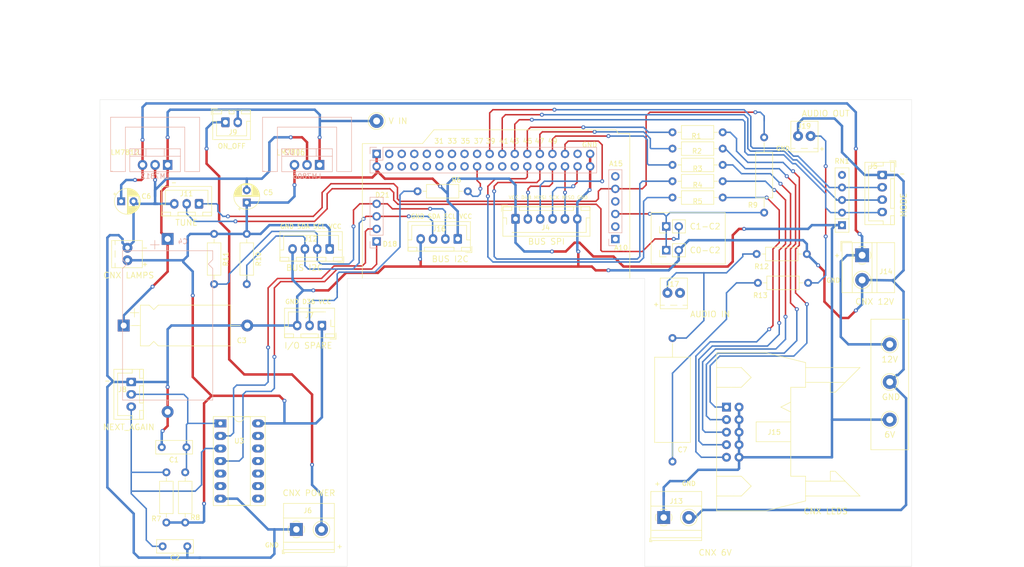
<source format=kicad_pcb>
(kicad_pcb (version 20171130) (host pcbnew "(5.1.5)-3")
  (title_block (title "Durcretet L.024 : Extension Board") (date 2022-04-10) (rev 1) (company "David de Lorenzo"))
  (layers (0 F.Cu signal) (31 B.Cu signal) (34 B.Paste user) (35 F.Paste user) (36 B.SilkS user) (37 F.SilkS user) (38 B.Mask user) (39 F.Mask user) (44 Edge.Cuts user))
  (net 0 "")
  (net 1 VCC)
  (net 2 GND)
  (net 3 D18)
  (net 4 D19)
  (net 5 SDA)
  (net 6 SCL)
  (net 7 SCK)
  (net 8 MOSI)
  (net 9 MISO)
  (net 10 D46)
  (net 11 D45)
  (net 12 D44)
  (net 13 A14)
  (net 14 A12)
  (net 15 "Net-(C2-Pad1)")
  (net 16 "Net-(C1-Pad1)")
  (net 17 D49)
  (net 18 "Net-(J7-Pad2)")
  (net 19 VDD)
  (net 20 +12V)
  (net 21 /Connectors/C1)
  (net 22 "Net-(J15-Pad9)")
  (net 23 "Net-(J15-Pad7)")
  (net 24 "Net-(J15-Pad5)")
  (net 25 "Net-(J15-Pad3)")
  (net 26 "Net-(J15-Pad1)")
  (net 27 "Net-(C7-Pad1)")
  (net 28 "Net-(C7-Pad2)")
  (net 29 D47)
  (net 30 "Net-(J19-Pad1)")
  (net 31 D43)
  (net 32 D41)
  (net 33 D39)
  (net 34 D48)
  (net 35 D36)
  (net 36 /Alimentation/VSS)
  (module MesModules:HeatSink_TO-220 (layer B.Cu) (at 77.724 40.386)
    (fp_text reference HS2)
    (fp_text value Heatsink)
  )
  (module MesModules:HeatSink_TO-220 (layer B.Cu) (at 46.99 40.386)
    (fp_text reference HS1)
    (fp_text value Heatsink)
  )
  (module MountingHole:MountingHole_2.7mm_M2.5 (layer F.Cu) (at 62.484 49.022)
    (fp_text reference H4 hide)
    (fp_text value MountingHole)
    (pad 1 np_thru_hole circle (at 0 0) (size 2.7 2.7) (drill 2.7) (layers *.Cu *.Mask))
  )
  (module MountingHole:MountingHole_2.7mm_M2.5 (layer F.Cu) (at 64.008 124.714)
    (fp_text reference H3 hide)
    (fp_text value MountingHole)
    (pad 1 np_thru_hole circle (at 0 0) (size 2.7 2.7) (drill 2.7) (layers *.Cu *.Mask))
  )
  (module MountingHole:MountingHole_2.7mm_M2.5 (layer F.Cu) (at 167.132 126.238)
    (fp_text reference H2 hide)
    (fp_text value MountingHole)
    (pad 1 np_thru_hole circle (at 0 0) (size 2.7 2.7) (drill 2.7) (layers *.Cu *.Mask))
  )
  (module MountingHole:MountingHole_2.7mm_M2.5 (layer F.Cu) (at 192.786 44.45)
    (fp_text reference H1 hide)
    (fp_text value MountingHole)
    (pad 1 np_thru_hole circle (at 0 0) (size 2.7 2.7) (drill 2.7) (layers *.Cu *.Mask))
  )
  (module Resistor_THT:R_Axial_DIN0309_L9.0mm_D3.2mm_P15.24mm_Horizontal (layer F.Cu) (at 170.18 59.69 90)
    (fp_text reference R9 (at 1.524 -2.286 180) (layer F.SilkS))
    (fp_text value 3M)
    (pad 2 thru_hole oval (at 15.24 0 90) (size 1.6 1.6) (drill 0.8) (layers *.Cu *.Mask) (net 13 A14))
    (pad 1 thru_hole circle (at 0 0 90) (size 1.6 1.6) (drill 0.8) (layers *.Cu *.Mask) (net 14 A12))
  )
  (module Capacitor_THT:C_Axial_L17.0mm_D7.0mm_P25.00mm_Horizontal (layer F.Cu) (at 151.638 85.09 270)
    (fp_text reference C7 (at 22.606 -2.032 180) (layer F.SilkS))
    (fp_text value 4.7uF)
    (pad 2 thru_hole oval (at 25 0 270) (size 1.6 1.6) (drill 0.8) (layers *.Cu *.Mask) (net 28 "Net-(C7-Pad2)"))
    (pad 1 thru_hole circle (at 0 0 270) (size 1.6 1.6) (drill 0.8) (layers *.Cu *.Mask) (net 27 "Net-(C7-Pad1)"))
  )
  (module Connector_PinHeader_2.54mm:PinHeader_1x04_P2.54mm_Vertical (layer B.Cu) (at 91.7956 65.532)
    (fp_text reference J2 hide)
    (fp_text value ARDUINO_COMMS)
    (pad 4 thru_hole oval (at 0 -7.62) (size 1.7 1.7) (drill 1) (layers *.Cu *.Mask) (net 6 SCL))
    (pad 3 thru_hole oval (at 0 -5.08) (size 1.7 1.7) (drill 1) (layers *.Cu *.Mask) (net 5 SDA))
    (pad 2 thru_hole oval (at 0 -2.54) (size 1.7 1.7) (drill 1) (layers *.Cu *.Mask) (net 4 D19))
    (pad 1 thru_hole rect (at 0 0) (size 1.7 1.7) (drill 1) (layers *.Cu *.Mask) (net 3 D18))
  )
  (module Connector_PinHeader_2.54mm:PinHeader_1x06_P2.54mm_Vertical (layer B.Cu) (at 140.081 65.0494)
    (fp_text reference J3 hide)
    (fp_text value ARDUINO_ANALOG)
    (pad 6 thru_hole oval (at 0 -12.7) (size 1.7 1.7) (drill 1) (layers *.Cu *.Mask))
    (pad 5 thru_hole oval (at 0 -10.16) (size 1.7 1.7) (drill 1) (layers *.Cu *.Mask) (net 13 A14))
    (pad 4 thru_hole oval (at 0 -7.62) (size 1.7 1.7) (drill 1) (layers *.Cu *.Mask))
    (pad 3 thru_hole oval (at 0 -5.08) (size 1.7 1.7) (drill 1) (layers *.Cu *.Mask) (net 14 A12))
    (pad 2 thru_hole oval (at 0 -2.54) (size 1.7 1.7) (drill 1) (layers *.Cu *.Mask))
    (pad 1 thru_hole rect (at 0 0) (size 1.7 1.7) (drill 1) (layers *.Cu *.Mask))
  )
  (module TerminalBlock_Phoenix:TerminalBlock_Phoenix_MKDS-1,5-2-5.08_1x02_P5.08mm_Horizontal (layer F.Cu) (at 149.86 121.412)
    (fp_text reference J13 (at 2.54 -3.302) (layer F.SilkS))
    (fp_text value "CNX 6V" (at 10.414 7.112) (layer F.SilkS) (effects (font (size 1.2 1.2))))
    (pad 2 thru_hole circle (at 5.08 0) (size 2.6 2.6) (drill 1.3) (layers *.Cu *.Mask) (net 2 GND))
    (pad 1 thru_hole rect (at 0 0) (size 2.6 2.6) (drill 1.3) (layers *.Cu *.Mask) (net 1 VCC))
  )
  (module TestPoint:TestPoint_Loop_D2.60mm_Drill1.4mm_Beaded (layer F.Cu) (at 195.58 86.36)
    (fp_text reference TP4 hide)
    (fp_text value 12V (at 0 3.048) (layer F.SilkS) (effects (font (size 1.2 1.2))))
    (pad 1 thru_hole circle (at 0 0) (size 2.8 2.8) (drill 1.4) (layers *.Cu *.Mask) (net 20 +12V))
  )
  (module TestPoint:TestPoint_Loop_D2.60mm_Drill1.4mm_Beaded (layer F.Cu) (at 195.58 101.6)
    (fp_text reference TP3 hide)
    (fp_text value 6V (at 0 3.048) (layer F.SilkS) (effects (font (size 1.2 1.2))))
    (pad 1 thru_hole circle (at 0 0) (size 2.8 2.8) (drill 1.4) (layers *.Cu *.Mask) (net 1 VCC))
  )
  (module TestPoint:TestPoint_Loop_D2.60mm_Drill1.4mm_Beaded (layer F.Cu) (at 195.58 93.98)
    (fp_text reference TP2 hide)
    (fp_text value GND (at 0.254 3.048) (layer F.SilkS) (effects (font (size 1.2 1.2))))
    (pad 1 thru_hole circle (at 0 0) (size 2.8 2.8) (drill 1.4) (layers *.Cu *.Mask) (net 2 GND))
  )
  (module TestPoint:TestPoint_Loop_D2.60mm_Drill1.4mm_Beaded (layer F.Cu) (at 91.7956 41.148)
    (fp_text reference TP1 hide)
    (fp_text value "V IN" (at 4.318 0) (layer F.SilkS) (effects (font (size 1.2 1.2))))
    (pad 1 thru_hole circle (at 0 0) (size 2.8 2.8) (drill 1.4) (layers *.Cu *.Mask) (net 19 VDD))
  )
  (module MesModules:HE10-10P-horizontal (layer F.Cu) (at 162.56 99.06 270)
    (fp_text reference J15 (at 5.08 -9.652 180) (layer F.SilkS))
    (fp_text value "CNX LEDS" (at 21.082 -20.066 180) (layer F.SilkS) (effects (font (size 1.2 1.2))))
    (pad "" np_thru_hole circle (at 16.002 -1.27 270) (size 2.8 2.8) (drill 2.8) (layers *.Cu *.Mask))
    (pad "" np_thru_hole circle (at -5.842 -1.27 270) (size 2.8 2.8) (drill 2.8) (layers *.Cu *.Mask))
    (pad 10 thru_hole circle (at 10.16 -2.54 270) (size 1.8 1.8) (drill 0.89) (layers *.Cu *.Mask) (net 1 VCC))
    (pad 9 thru_hole circle (at 10.16 0 270) (size 1.8 1.8) (drill 0.89) (layers *.Cu *.Mask) (net 22 "Net-(J15-Pad9)"))
    (pad 8 thru_hole circle (at 7.62 -2.54 270) (size 1.8 1.8) (drill 0.89) (layers *.Cu *.Mask) (net 1 VCC))
    (pad 7 thru_hole circle (at 7.62 0 270) (size 1.8 1.8) (drill 0.89) (layers *.Cu *.Mask) (net 23 "Net-(J15-Pad7)"))
    (pad 6 thru_hole circle (at 5.08 -2.54 270) (size 1.8 1.8) (drill 0.89) (layers *.Cu *.Mask) (net 1 VCC))
    (pad 5 thru_hole circle (at 5.08 0 270) (size 1.8 1.8) (drill 0.89) (layers *.Cu *.Mask) (net 24 "Net-(J15-Pad5)"))
    (pad 4 thru_hole circle (at 2.54 -2.54 270) (size 1.8 1.8) (drill 0.89) (layers *.Cu *.Mask) (net 1 VCC))
    (pad 3 thru_hole circle (at 2.54 0 270) (size 1.8 1.8) (drill 0.89) (layers *.Cu *.Mask) (net 25 "Net-(J15-Pad3)"))
    (pad 2 thru_hole circle (at 0 -2.54 270) (size 1.8 1.8) (drill 0.89) (layers *.Cu *.Mask) (net 1 VCC))
    (pad 1 thru_hole rect (at 0 0 270) (size 1.8 1.8) (drill 0.89) (layers *.Cu *.Mask) (net 26 "Net-(J15-Pad1)"))
  )
  (module MesModules:Bloc_de_jonction_CI-MPT_2.54mm_01x02 (layer F.Cu) (at 179.578 44.196 180)
    (fp_text reference J19 (at 1.27 2.032) (layer F.SilkS))
    (fp_text value "AUDIO OUT")
    (fp_text user %V (at -3.048 4.572) (layer F.SilkS) (effects (font (size 1.2 1.2))))
    (pad "" np_thru_hole circle (at 2.54 -2.54 180) (size 1.1 1.1) (drill 1.1) (layers *.Cu *.Mask))
    (pad "" np_thru_hole circle (at 0 -2.54 180) (size 1.1 1.1) (drill 1.1) (layers *.Cu *.Mask))
    (pad 2 thru_hole circle (at 2.54 0 180) (size 2 2) (drill 0.9) (layers *.Cu *.Mask) (net 2 GND))
    (pad 1 thru_hole circle (at 0 0 180) (size 2 2) (drill 0.9) (layers *.Cu *.Mask) (net 30 "Net-(J19-Pad1)"))
  )
  (module MesModules:Bloc_de_jonction_CI-MPT_2.54mm_01x02 (layer F.Cu) (at 153.162 75.946 180)
    (fp_text reference J17 (at 1.524 1.778) (layer F.SilkS))
    (fp_text value "AUDIO IN")
    (fp_text user %V (at -6.096 -4.318) (layer F.SilkS) (effects (font (size 1.2 1.2))))
    (pad "" np_thru_hole circle (at 2.54 -2.54 180) (size 1.1 1.1) (drill 1.1) (layers *.Cu *.Mask))
    (pad "" np_thru_hole circle (at 0 -2.54 180) (size 1.1 1.1) (drill 1.1) (layers *.Cu *.Mask))
    (pad 2 thru_hole circle (at 2.54 0 180) (size 2 2) (drill 0.9) (layers *.Cu *.Mask) (net 27 "Net-(C7-Pad1)"))
    (pad 1 thru_hole circle (at 0 0 180) (size 2 2) (drill 0.9) (layers *.Cu *.Mask))
  )
  (module TerminalBlock_MetzConnect:TerminalBlock_MetzConnect_Type011_RT05502HBWC_1x02_P5.00mm_Horizontal (layer F.Cu) (at 189.992 68.326 270)
    (fp_text reference J14 (at 3.302 -4.826 180) (layer F.SilkS))
    (fp_text value "CNX 12V" (at 9.398 -2.54 180) (layer F.SilkS) (effects (font (size 1.2 1.2))))
    (pad 2 thru_hole circle (at 5 0 270) (size 2.8 2.8) (drill 1.4) (layers *.Cu *.Mask) (net 2 GND))
    (pad 1 thru_hole rect (at 0 0 270) (size 2.8 2.8) (drill 1.4) (layers *.Cu *.Mask) (net 20 +12V))
  )
  (module TerminalBlock_Phoenix:TerminalBlock_Phoenix_MKDS-1,5-2-5.08_1x02_P5.08mm_Horizontal (layer F.Cu) (at 75.565 123.825)
    (fp_text reference J6 (at 2.286 -3.81) (layer F.SilkS))
    (fp_text value "CNX POWER" (at 2.54 -7.366) (layer F.SilkS) (effects (font (size 1.2 1.2))))
    (pad 2 thru_hole circle (at 5.08 0) (size 2.6 2.6) (drill 1.3) (layers *.Cu *.Mask) (net 36 /Alimentation/VSS))
    (pad 1 thru_hole rect (at 0 0) (size 2.6 2.6) (drill 1.3) (layers *.Cu *.Mask) (net 2 GND))
  )
  (module Connector_JST:JST_XH_B2B-XH-A_1x02_P2.50mm_Vertical (layer F.Cu) (at 61.214 41.402)
    (fp_text reference J9 (at 1.524 2.032) (layer F.SilkS))
    (fp_text value ON_OFF (at 1.27 4.826) (layer F.SilkS))
    (pad 2 thru_hole oval (at 2.5 0) (size 1.7 2) (drill 1) (layers *.Cu *.Mask) (net 19 VDD))
    (pad 1 thru_hole roundrect (at 0 0) (size 1.7 2) (drill 1) (layers *.Cu *.Mask) (roundrect_rratio 0.147059) (net 36 /Alimentation/VSS))
  )
  (module Connector_JST:JST_XH_B4B-XH-A_1x04_P2.50mm_Vertical (layer F.Cu) (at 108.204 65.024 180)
    (fp_text reference J16 (at 3.75 2.032) (layer F.SilkS))
    (fp_text value "BUS I2C" (at 1.524 -4.064) (layer F.SilkS) (effects (font (size 1.2 1.2))))
    (pad 4 thru_hole oval (at 7.5 0 180) (size 1.7 1.95) (drill 0.95) (layers *.Cu *.Mask) (net 2 GND))
    (pad 3 thru_hole oval (at 5 0 180) (size 1.7 1.95) (drill 0.95) (layers *.Cu *.Mask) (net 5 SDA))
    (pad 2 thru_hole oval (at 2.5 0 180) (size 1.7 1.95) (drill 0.95) (layers *.Cu *.Mask) (net 6 SCL))
    (pad 1 thru_hole roundrect (at 0 0 180) (size 1.7 1.95) (drill 0.95) (layers *.Cu *.Mask) (roundrect_rratio 0.147059) (net 1 VCC))
  )
  (module Connector_JST:JST_XH_B4B-XH-A_1x04_P2.50mm_Vertical (layer F.Cu) (at 82.296 67.056 180)
    (fp_text reference J12 (at 3.81 2.032) (layer F.SilkS))
    (fp_text value "BUS I2C" (at 5.08 -3.81) (layer F.SilkS) (effects (font (size 1.2 1.2))))
    (pad 4 thru_hole oval (at 7.5 0 180) (size 1.7 1.95) (drill 0.95) (layers *.Cu *.Mask) (net 2 GND))
    (pad 3 thru_hole oval (at 5 0 180) (size 1.7 1.95) (drill 0.95) (layers *.Cu *.Mask) (net 5 SDA))
    (pad 2 thru_hole oval (at 2.5 0 180) (size 1.7 1.95) (drill 0.95) (layers *.Cu *.Mask) (net 6 SCL))
    (pad 1 thru_hole roundrect (at 0 0 180) (size 1.7 1.95) (drill 0.95) (layers *.Cu *.Mask) (roundrect_rratio 0.147059) (net 1 VCC))
  )
  (module Connector_JST:JST_XH_B4B-XH-A_1x04_P2.50mm_Vertical (layer F.Cu) (at 194.056 52.07 270)
    (fp_text reference J5 (at -1.778 1.778 180) (layer F.SilkS))
    (fp_text value MODE (at 6.096 -4.318 270) (layer F.SilkS) (effects (font (size 1.2 1.2))))
    (pad 4 thru_hole oval (at 7.5 0 270) (size 1.7 1.95) (drill 0.95) (layers *.Cu *.Mask) (net 31 D43))
    (pad 3 thru_hole oval (at 5 0 270) (size 1.7 1.95) (drill 0.95) (layers *.Cu *.Mask) (net 32 D41))
    (pad 2 thru_hole oval (at 2.5 0 270) (size 1.7 1.95) (drill 0.95) (layers *.Cu *.Mask) (net 33 D39))
    (pad 1 thru_hole roundrect (at 0 0 270) (size 1.7 1.95) (drill 0.95) (layers *.Cu *.Mask) (roundrect_rratio 0.147059) (net 2 GND))
  )
  (module Connector_JST:JST_XH_B6B-XH-AM_1x06_P2.50mm_Vertical (layer F.Cu) (at 119.888 60.96)
    (fp_text reference J4 (at 6.096 1.778) (layer F.SilkS))
    (fp_text value "BUS SPI" (at 6.25 4.6) (layer F.SilkS) (effects (font (size 1.2 1.2))))
    (pad "" np_thru_hole circle (at -1.6 2) (size 1.2 1.2) (drill 1.2) (layers *.Cu *.Mask))
    (pad 6 thru_hole oval (at 12.5 0) (size 1.7 1.95) (drill 0.95) (layers *.Cu *.Mask) (net 2 GND))
    (pad 5 thru_hole oval (at 10 0) (size 1.7 1.95) (drill 0.95) (layers *.Cu *.Mask) (net 9 MISO))
    (pad 4 thru_hole oval (at 7.5 0) (size 1.7 1.95) (drill 0.95) (layers *.Cu *.Mask) (net 7 SCK))
    (pad 3 thru_hole oval (at 5 0) (size 1.7 1.95) (drill 0.95) (layers *.Cu *.Mask) (net 8 MOSI))
    (pad 2 thru_hole oval (at 2.5 0) (size 1.7 1.95) (drill 0.95) (layers *.Cu *.Mask) (net 34 D48))
    (pad 1 thru_hole roundrect (at 0 0) (size 1.7 1.95) (drill 0.95) (layers *.Cu *.Mask) (roundrect_rratio 0.147059) (net 1 VCC))
  )
  (module Connector_JST:JST_XH_B3B-XH-AM_1x03_P2.50mm_Vertical (layer F.Cu) (at 80.732 82.55 180)
    (fp_text reference J7 (at 2.54 2.032) (layer F.SilkS))
    (fp_text value "I/O SPARE" (at 2.754 -4.064) (layer F.SilkS) (effects (font (size 1.2 1.2))))
    (pad "" np_thru_hole circle (at -1.6 2 180) (size 1.2 1.2) (drill 1.2) (layers *.Cu *.Mask))
    (pad 3 thru_hole oval (at 5 0 180) (size 1.7 1.95) (drill 0.95) (layers *.Cu *.Mask) (net 2 GND))
    (pad 2 thru_hole oval (at 2.5 0 180) (size 1.7 1.95) (drill 0.95) (layers *.Cu *.Mask) (net 18 "Net-(J7-Pad2)"))
    (pad 1 thru_hole roundrect (at 0 0 180) (size 1.7 1.95) (drill 0.95) (layers *.Cu *.Mask) (roundrect_rratio 0.147059) (net 1 VCC))
  )
  (module Resistor_THT:R_Axial_DIN0207_L6.3mm_D2.5mm_P10.16mm_Horizontal (layer F.Cu) (at 179.07 73.914 180)
    (fp_text reference R13 (at 9.652 -2.54) (layer F.SilkS))
    (fp_text value 100)
    (pad 2 thru_hole oval (at 10.16 0 180) (size 1.6 1.6) (drill 0.8) (layers *.Cu *.Mask) (net 28 "Net-(C7-Pad2)"))
    (pad 1 thru_hole circle (at 0 0 180) (size 1.6 1.6) (drill 0.8) (layers *.Cu *.Mask) (net 30 "Net-(J19-Pad1)"))
  )
  (module Resistor_THT:R_Axial_DIN0207_L6.3mm_D2.5mm_P10.16mm_Horizontal (layer F.Cu) (at 168.656 68.072)
    (fp_text reference R12 (at 1.016 2.54) (layer F.SilkS))
    (fp_text value 10k)
    (pad 2 thru_hole oval (at 10.16 0) (size 1.6 1.6) (drill 0.8) (layers *.Cu *.Mask) (net 2 GND))
    (pad 1 thru_hole circle (at 0 0) (size 1.6 1.6) (drill 0.8) (layers *.Cu *.Mask) (net 27 "Net-(C7-Pad1)"))
  )
  (module Package_TO_SOT_THT:TO-220-3_Vertical (layer B.Cu) (at 49.53 50.038 180)
    (fp_text reference U1 (at 6.096 2.54) (layer B.SilkS) (effects (justify mirror)))
    (fp_text value LM7812 (at 2.54 -2.286) (layer B.SilkS) (effects (justify mirror)))
    (fp_text user %V (at 8.636 2.54 180) (layer F.SilkS))
    (pad 3 thru_hole oval (at 5.08 0 180) (size 1.905 2) (drill 1.1) (layers *.Cu *.Mask) (net 20 +12V))
    (pad 2 thru_hole oval (at 2.54 0 180) (size 1.905 2) (drill 1.1) (layers *.Cu *.Mask) (net 2 GND))
    (pad 1 thru_hole rect (at 0 0 180) (size 1.905 2) (drill 1.1) (layers *.Cu *.Mask) (net 19 VDD))
  )
  (module Package_TO_SOT_THT:TO-220-3_Vertical (layer B.Cu) (at 80.264 50.038 180)
    (fp_text reference U2 (at 6.096 2.54) (layer B.SilkS) (effects (justify mirror)))
    (fp_text value LM7806 (at 2.54 -2.286) (layer B.SilkS) (effects (justify mirror)))
    (fp_text user %V (at 5.842 2.54 180) (layer F.SilkS) (effects (font (size 1.2 1))))
    (pad 3 thru_hole oval (at 5.08 0 180) (size 1.905 2) (drill 1.1) (layers *.Cu *.Mask) (net 1 VCC))
    (pad 2 thru_hole oval (at 2.54 0 180) (size 1.905 2) (drill 1.1) (layers *.Cu *.Mask) (net 2 GND))
    (pad 1 thru_hole rect (at 0 0 180) (size 1.905 2) (drill 1.1) (layers *.Cu *.Mask) (net 19 VDD))
  )
  (module Package_DIP:DIP-14_W7.62mm_Socket_LongPads (layer F.Cu) (at 60.198 102.362)
    (fp_text reference U3 (at 3.81 3.556) (layer F.SilkS))
    (fp_text value 74HC14)
    (pad 14 thru_hole oval (at 7.62 0) (size 2.4 1.6) (drill 0.8) (layers *.Cu *.Mask) (net 1 VCC))
    (pad 7 thru_hole oval (at 0 15.24) (size 2.4 1.6) (drill 0.8) (layers *.Cu *.Mask) (net 2 GND))
    (pad 13 thru_hole oval (at 7.62 2.54) (size 2.4 1.6) (drill 0.8) (layers *.Cu *.Mask))
    (pad 6 thru_hole oval (at 0 12.7) (size 2.4 1.6) (drill 0.8) (layers *.Cu *.Mask))
    (pad 12 thru_hole oval (at 7.62 5.08) (size 2.4 1.6) (drill 0.8) (layers *.Cu *.Mask))
    (pad 5 thru_hole oval (at 0 10.16) (size 2.4 1.6) (drill 0.8) (layers *.Cu *.Mask))
    (pad 11 thru_hole oval (at 7.62 7.62) (size 2.4 1.6) (drill 0.8) (layers *.Cu *.Mask))
    (pad 4 thru_hole oval (at 0 7.62) (size 2.4 1.6) (drill 0.8) (layers *.Cu *.Mask) (net 3 D18))
    (pad 10 thru_hole oval (at 7.62 10.16) (size 2.4 1.6) (drill 0.8) (layers *.Cu *.Mask))
    (pad 3 thru_hole oval (at 0 5.08) (size 2.4 1.6) (drill 0.8) (layers *.Cu *.Mask) (net 15 "Net-(C2-Pad1)"))
    (pad 9 thru_hole oval (at 7.62 12.7) (size 2.4 1.6) (drill 0.8) (layers *.Cu *.Mask))
    (pad 2 thru_hole oval (at 0 2.54) (size 2.4 1.6) (drill 0.8) (layers *.Cu *.Mask) (net 4 D19))
    (pad 8 thru_hole oval (at 7.62 15.24) (size 2.4 1.6) (drill 0.8) (layers *.Cu *.Mask))
    (pad 1 thru_hole rect (at 0 0) (size 2.4 1.6) (drill 0.8) (layers *.Cu *.Mask) (net 16 "Net-(C1-Pad1)"))
  )
  (module Resistor_THT:R_Array_SIP5 (layer F.Cu) (at 185.928 62.23 90)
    (fp_text reference RN1 (at 12.954 0 180) (layer F.SilkS))
    (fp_text value 10k)
    (pad 5 thru_hole oval (at 10.16 0 90) (size 1.6 1.6) (drill 0.8) (layers *.Cu *.Mask))
    (pad 4 thru_hole oval (at 7.62 0 90) (size 1.6 1.6) (drill 0.8) (layers *.Cu *.Mask) (net 33 D39))
    (pad 3 thru_hole oval (at 5.08 0 90) (size 1.6 1.6) (drill 0.8) (layers *.Cu *.Mask) (net 32 D41))
    (pad 2 thru_hole oval (at 2.54 0 90) (size 1.6 1.6) (drill 0.8) (layers *.Cu *.Mask) (net 31 D43))
    (pad 1 thru_hole rect (at 0 0 90) (size 1.6 1.6) (drill 0.8) (layers *.Cu *.Mask) (net 1 VCC))
  )
  (module Resistor_THT:R_Axial_DIN0207_L6.3mm_D2.5mm_P10.16mm_Horizontal (layer F.Cu) (at 58.928 64.008 270)
    (fp_text reference R11 (at 5.08 -2.37 90) (layer F.SilkS))
    (fp_text value 3k3)
    (pad 2 thru_hole oval (at 10.16 0 270) (size 1.6 1.6) (drill 0.8) (layers *.Cu *.Mask) (net 6 SCL))
    (pad 1 thru_hole circle (at 0 0 270) (size 1.6 1.6) (drill 0.8) (layers *.Cu *.Mask) (net 1 VCC))
  )
  (module Resistor_THT:R_Axial_DIN0207_L6.3mm_D2.5mm_P10.16mm_Horizontal (layer F.Cu) (at 65.532 64.008 270)
    (fp_text reference R10 (at 5.08 -2.37 90) (layer F.SilkS))
    (fp_text value 3k3)
    (pad 2 thru_hole oval (at 10.16 0 270) (size 1.6 1.6) (drill 0.8) (layers *.Cu *.Mask) (net 5 SDA))
    (pad 1 thru_hole circle (at 0 0 270) (size 1.6 1.6) (drill 0.8) (layers *.Cu *.Mask) (net 1 VCC))
  )
  (module Resistor_THT:R_Axial_DIN0207_L6.3mm_D2.5mm_P10.16mm_Horizontal (layer F.Cu) (at 49.276 122.428 90)
    (fp_text reference R8 (at 1.016 5.842 180) (layer F.SilkS))
    (fp_text value 3k3)
    (pad 2 thru_hole oval (at 10.16 0 90) (size 1.6 1.6) (drill 0.8) (layers *.Cu *.Mask) (net 15 "Net-(C2-Pad1)"))
    (pad 1 thru_hole circle (at 0 0 90) (size 1.6 1.6) (drill 0.8) (layers *.Cu *.Mask) (net 1 VCC))
  )
  (module Resistor_THT:R_Axial_DIN0207_L6.3mm_D2.5mm_P10.16mm_Horizontal (layer F.Cu) (at 53.086 122.428 90)
    (fp_text reference R7 (at 0.762 -5.842 180) (layer F.SilkS))
    (fp_text value 3k3)
    (pad 2 thru_hole oval (at 10.16 0 90) (size 1.6 1.6) (drill 0.8) (layers *.Cu *.Mask) (net 16 "Net-(C1-Pad1)"))
    (pad 1 thru_hole circle (at 0 0 90) (size 1.6 1.6) (drill 0.8) (layers *.Cu *.Mask) (net 1 VCC))
  )
  (module Resistor_THT:R_Axial_DIN0207_L6.3mm_D2.5mm_P10.16mm_Horizontal (layer F.Cu) (at 100.076 55.372)
    (fp_text reference R6 (at 7.874 -2.286) (layer F.SilkS))
    (fp_text value 200)
    (pad 2 thru_hole oval (at 10.16 0) (size 1.6 1.6) (drill 0.8) (layers *.Cu *.Mask) (net 35 D36))
    (pad 1 thru_hole circle (at 0 0) (size 1.6 1.6) (drill 0.8) (layers *.Cu *.Mask) (net 18 "Net-(J7-Pad2)"))
  )
  (module Resistor_THT:R_Axial_DIN0207_L6.3mm_D2.5mm_P10.16mm_Horizontal (layer F.Cu) (at 161.798 56.642 180)
    (fp_text reference R5 (at 5.08 -0.762) (layer F.SilkS))
    (fp_text value 200)
    (pad 2 thru_hole oval (at 10.16 0 180) (size 1.6 1.6) (drill 0.8) (layers *.Cu *.Mask) (net 12 D44))
    (pad 1 thru_hole circle (at 0 0 180) (size 1.6 1.6) (drill 0.8) (layers *.Cu *.Mask) (net 22 "Net-(J15-Pad9)"))
  )
  (module Resistor_THT:R_Axial_DIN0207_L6.3mm_D2.5mm_P10.16mm_Horizontal (layer F.Cu) (at 161.798 53.34 180)
    (fp_text reference R4 (at 5.08 -0.762) (layer F.SilkS))
    (fp_text value 200)
    (pad 2 thru_hole oval (at 10.16 0 180) (size 1.6 1.6) (drill 0.8) (layers *.Cu *.Mask) (net 10 D46))
    (pad 1 thru_hole circle (at 0 0 180) (size 1.6 1.6) (drill 0.8) (layers *.Cu *.Mask) (net 23 "Net-(J15-Pad7)"))
  )
  (module Resistor_THT:R_Axial_DIN0207_L6.3mm_D2.5mm_P10.16mm_Horizontal (layer F.Cu) (at 161.798 50.038 180)
    (fp_text reference R3 (at 5.08 -0.762) (layer F.SilkS))
    (fp_text value 200)
    (pad 2 thru_hole oval (at 10.16 0 180) (size 1.6 1.6) (drill 0.8) (layers *.Cu *.Mask) (net 17 D49))
    (pad 1 thru_hole circle (at 0 0 180) (size 1.6 1.6) (drill 0.8) (layers *.Cu *.Mask) (net 24 "Net-(J15-Pad5)"))
  )
  (module Resistor_THT:R_Axial_DIN0207_L6.3mm_D2.5mm_P10.16mm_Horizontal (layer F.Cu) (at 161.798 46.736 180)
    (fp_text reference R2 (at 5.207 -0.508) (layer F.SilkS))
    (fp_text value 200)
    (pad 2 thru_hole oval (at 10.16 0 180) (size 1.6 1.6) (drill 0.8) (layers *.Cu *.Mask) (net 29 D47))
    (pad 1 thru_hole circle (at 0 0 180) (size 1.6 1.6) (drill 0.8) (layers *.Cu *.Mask) (net 25 "Net-(J15-Pad3)"))
  )
  (module Resistor_THT:R_Axial_DIN0207_L6.3mm_D2.5mm_P10.16mm_Horizontal (layer F.Cu) (at 161.798 43.434 180)
    (fp_text reference R1 (at 5.334 -0.762) (layer F.SilkS))
    (fp_text value 200)
    (pad 2 thru_hole oval (at 10.16 0 180) (size 1.6 1.6) (drill 0.8) (layers *.Cu *.Mask) (net 11 D45))
    (pad 1 thru_hole circle (at 0 0 180) (size 1.6 1.6) (drill 0.8) (layers *.Cu *.Mask) (net 26 "Net-(J15-Pad1)"))
  )
  (module Connector_PinHeader_2.54mm:PinHeader_1x02_P2.54mm_Vertical (layer F.Cu) (at 150.368 67.31 90)
    (fp_text reference JP2)
    (fp_text value Jumper)
    (pad 2 thru_hole oval (at 0 2.54 90) (size 1.7 1.7) (drill 1) (layers *.Cu *.Mask) (net 2 GND))
    (pad 1 thru_hole rect (at 0 0 90) (size 1.7 1.7) (drill 1) (layers *.Cu *.Mask) (net 14 A12))
  )
  (module Connector_PinHeader_2.54mm:PinHeader_1x02_P2.54mm_Vertical (layer F.Cu) (at 150.368 62.484 90)
    (fp_text reference JP1)
    (fp_text value Jumper)
    (pad 2 thru_hole oval (at 0 2.54 90) (size 1.7 1.7) (drill 1) (layers *.Cu *.Mask) (net 21 /Connectors/C1))
    (pad 1 thru_hole rect (at 0 0 90) (size 1.7 1.7) (drill 1) (layers *.Cu *.Mask) (net 14 A12))
  )
  (module Connector_JST:JST_XH_B3B-XH-A_1x03_P2.50mm_Vertical (layer F.Cu) (at 55.88 57.912 180)
    (fp_text reference J11 (at 2.54 2.032) (layer F.SilkS))
    (fp_text value TUNE (at 2.54 -3.81) (layer F.SilkS) (effects (font (size 1.2 1.2))))
    (pad 3 thru_hole oval (at 5 0 180) (size 1.7 1.95) (drill 0.95) (layers *.Cu *.Mask) (net 2 GND))
    (pad 2 thru_hole oval (at 2.5 0 180) (size 1.7 1.95) (drill 0.95) (layers *.Cu *.Mask) (net 21 /Connectors/C1))
    (pad 1 thru_hole roundrect (at 0 0 180) (size 1.7 1.95) (drill 0.95) (layers *.Cu *.Mask) (roundrect_rratio 0.147059) (net 13 A14))
  )
  (module MesModules:Bloc_de_jonction_CI-MPT_2.54mm_01x02 (layer F.Cu) (at 41.402 69.342 90)
    (fp_text reference J10 hide)
    (fp_text value "CNX LAMPS")
    (fp_text user %V (at -3.048 0.254 180) (layer F.SilkS) (effects (font (size 1.2 1.2))))
    (pad "" np_thru_hole circle (at 2.54 -2.54 90) (size 1.1 1.1) (drill 1.1) (layers *.Cu *.Mask))
    (pad "" np_thru_hole circle (at 0 -2.54 90) (size 1.1 1.1) (drill 1.1) (layers *.Cu *.Mask))
    (pad 2 thru_hole circle (at 2.54 0 90) (size 2 2) (drill 0.9) (layers *.Cu *.Mask) (net 2 GND))
    (pad 1 thru_hole circle (at 0 0 90) (size 2 2) (drill 0.9) (layers *.Cu *.Mask) (net 1 VCC))
  )
  (module Connector_JST:JST_XH_B3B-XH-A_1x03_P2.50mm_Vertical (layer F.Cu) (at 42.164 93.98 270)
    (fp_text reference J8 (at 1.524 1.778 180) (layer F.SilkS))
    (fp_text value NEXT_AGAIN (at 9.144 0.508 180) (layer F.SilkS) (effects (font (size 1.2 1.2))))
    (pad 3 thru_hole oval (at 5 0 270) (size 1.7 1.95) (drill 0.95) (layers *.Cu *.Mask) (net 15 "Net-(C2-Pad1)"))
    (pad 2 thru_hole oval (at 2.5 0 270) (size 1.7 1.95) (drill 0.95) (layers *.Cu *.Mask) (net 16 "Net-(C1-Pad1)"))
    (pad 1 thru_hole roundrect (at 0 0 270) (size 1.7 1.95) (drill 0.95) (layers *.Cu *.Mask) (roundrect_rratio 0.147059) (net 2 GND))
  )
  (module Capacitor_THT:CP_Radial_D5.0mm_P2.50mm (layer F.Cu) (at 40.132 57.404)
    (fp_text reference C6 (at 5.08 -1.016) (layer F.SilkS))
    (fp_text value 10uF)
    (pad 2 thru_hole circle (at 2.5 0) (size 1.6 1.6) (drill 0.8) (layers *.Cu *.Mask) (net 2 GND))
    (pad 1 thru_hole rect (at 0 0) (size 1.6 1.6) (drill 0.8) (layers *.Cu *.Mask) (net 20 +12V))
  )
  (module Capacitor_THT:CP_Radial_D5.0mm_P2.50mm (layer F.Cu) (at 65.532 57.658 90)
    (fp_text reference C5 (at 2.032 4.318 180) (layer F.SilkS))
    (fp_text value 10uF)
    (pad 2 thru_hole circle (at 2.5 0 90) (size 1.6 1.6) (drill 0.8) (layers *.Cu *.Mask) (net 2 GND))
    (pad 1 thru_hole rect (at 0 0 90) (size 1.6 1.6) (drill 0.8) (layers *.Cu *.Mask) (net 1 VCC))
  )
  (module Capacitor_THT:CP_Axial_L30.0mm_D18.0mm_P35.00mm_Horizontal (layer B.Cu) (at 49.53 65.024 270)
    (fp_text reference C4 (at 0.508 -3.048) (layer B.SilkS) (effects (justify mirror)))
    (fp_text value 2200uF)
    (pad 2 thru_hole oval (at 35 0 270) (size 2.4 2.4) (drill 1.2) (layers *.Cu *.Mask) (net 2 GND))
    (pad 1 thru_hole rect (at 0 0 270) (size 2.4 2.4) (drill 1.2) (layers *.Cu *.Mask) (net 19 VDD))
  )
  (module Capacitor_THT:CP_Axial_L18.0mm_D8.0mm_P25.00mm_Horizontal (layer F.Cu) (at 40.64 82.55)
    (fp_text reference C3 (at 23.876 3.048) (layer F.SilkS))
    (fp_text value 100uF)
    (pad 2 thru_hole oval (at 25 0) (size 2.4 2.4) (drill 1.2) (layers *.Cu *.Mask) (net 2 GND))
    (pad 1 thru_hole rect (at 0 0) (size 2.4 2.4) (drill 1.2) (layers *.Cu *.Mask) (net 19 VDD))
  )
  (module Capacitor_THT:C_Rect_L7.2mm_W2.5mm_P5.00mm_FKS2_FKP2_MKS2_MKP2 (layer F.Cu) (at 48.514 127.254)
    (fp_text reference C2 (at 2.5 2.286) (layer F.SilkS))
    (fp_text value 10nF)
    (pad 2 thru_hole circle (at 5 0) (size 1.6 1.6) (drill 0.8) (layers *.Cu *.Mask) (net 2 GND))
    (pad 1 thru_hole circle (at 0 0) (size 1.6 1.6) (drill 0.8) (layers *.Cu *.Mask) (net 15 "Net-(C2-Pad1)"))
  )
  (module Capacitor_THT:C_Rect_L7.2mm_W2.5mm_P5.00mm_FKS2_FKP2_MKS2_MKP2 (layer F.Cu) (at 53.34 107.188 180)
    (fp_text reference C1 (at 2.54 -2.54) (layer F.SilkS))
    (fp_text value 10nF)
    (pad 2 thru_hole circle (at 5 0 180) (size 1.6 1.6) (drill 0.8) (layers *.Cu *.Mask) (net 2 GND))
    (pad 1 thru_hole circle (at 0 0 180) (size 1.6 1.6) (drill 0.8) (layers *.Cu *.Mask) (net 16 "Net-(C1-Pad1)"))
  )
  (module Connector_PinHeader_2.54mm:PinHeader_2x18_P2.54mm_Vertical (layer B.Cu) (at 91.8 47.8 270)
    (fp_text reference J1 hide)
    (fp_text value ARDUINO_DIGITAL)
    (pad 36 thru_hole oval (at 2.54 -43.18 270) (size 1.7 1.7) (drill 1) (layers *.Cu *.Mask) (net 2 GND))
    (pad 35 thru_hole oval (at 0 -43.18 270) (size 1.7 1.7) (drill 1) (layers *.Cu *.Mask) (net 2 GND))
    (pad 34 thru_hole oval (at 2.54 -40.64 270) (size 1.7 1.7) (drill 1) (layers *.Cu *.Mask) (net 7 SCK))
    (pad 33 thru_hole oval (at 0 -40.64 270) (size 1.7 1.7) (drill 1) (layers *.Cu *.Mask))
    (pad 32 thru_hole oval (at 2.54 -38.1 270) (size 1.7 1.7) (drill 1) (layers *.Cu *.Mask) (net 9 MISO))
    (pad 31 thru_hole oval (at 0 -38.1 270) (size 1.7 1.7) (drill 1) (layers *.Cu *.Mask) (net 8 MOSI))
    (pad 30 thru_hole oval (at 2.54 -35.56 270) (size 1.7 1.7) (drill 1) (layers *.Cu *.Mask) (net 34 D48))
    (pad 29 thru_hole oval (at 0 -35.56 270) (size 1.7 1.7) (drill 1) (layers *.Cu *.Mask) (net 17 D49))
    (pad 28 thru_hole oval (at 2.54 -33.02 270) (size 1.7 1.7) (drill 1) (layers *.Cu *.Mask) (net 10 D46))
    (pad 27 thru_hole oval (at 0 -33.02 270) (size 1.7 1.7) (drill 1) (layers *.Cu *.Mask) (net 29 D47))
    (pad 26 thru_hole oval (at 2.54 -30.48 270) (size 1.7 1.7) (drill 1) (layers *.Cu *.Mask) (net 12 D44))
    (pad 25 thru_hole oval (at 0 -30.48 270) (size 1.7 1.7) (drill 1) (layers *.Cu *.Mask) (net 11 D45))
    (pad 24 thru_hole oval (at 2.54 -27.94 270) (size 1.7 1.7) (drill 1) (layers *.Cu *.Mask))
    (pad 23 thru_hole oval (at 0 -27.94 270) (size 1.7 1.7) (drill 1) (layers *.Cu *.Mask) (net 31 D43))
    (pad 22 thru_hole oval (at 2.54 -25.4 270) (size 1.7 1.7) (drill 1) (layers *.Cu *.Mask))
    (pad 21 thru_hole oval (at 0 -25.4 270) (size 1.7 1.7) (drill 1) (layers *.Cu *.Mask) (net 32 D41))
    (pad 20 thru_hole oval (at 2.54 -22.86 270) (size 1.7 1.7) (drill 1) (layers *.Cu *.Mask))
    (pad 19 thru_hole oval (at 0 -22.86 270) (size 1.7 1.7) (drill 1) (layers *.Cu *.Mask) (net 33 D39))
    (pad 18 thru_hole oval (at 2.54 -20.32 270) (size 1.7 1.7) (drill 1) (layers *.Cu *.Mask) (net 35 D36))
    (pad 17 thru_hole oval (at 0 -20.32 270) (size 1.7 1.7) (drill 1) (layers *.Cu *.Mask))
    (pad 16 thru_hole oval (at 2.54 -17.78 270) (size 1.7 1.7) (drill 1) (layers *.Cu *.Mask))
    (pad 15 thru_hole oval (at 0 -17.78 270) (size 1.7 1.7) (drill 1) (layers *.Cu *.Mask))
    (pad 14 thru_hole oval (at 2.54 -15.24 270) (size 1.7 1.7) (drill 1) (layers *.Cu *.Mask))
    (pad 13 thru_hole oval (at 0 -15.24 270) (size 1.7 1.7) (drill 1) (layers *.Cu *.Mask))
    (pad 12 thru_hole oval (at 2.54 -12.7 270) (size 1.7 1.7) (drill 1) (layers *.Cu *.Mask))
    (pad 11 thru_hole oval (at 0 -12.7 270) (size 1.7 1.7) (drill 1) (layers *.Cu *.Mask))
    (pad 10 thru_hole oval (at 2.54 -10.16 270) (size 1.7 1.7) (drill 1) (layers *.Cu *.Mask))
    (pad 9 thru_hole oval (at 0 -10.16 270) (size 1.7 1.7) (drill 1) (layers *.Cu *.Mask))
    (pad 8 thru_hole oval (at 2.54 -7.62 270) (size 1.7 1.7) (drill 1) (layers *.Cu *.Mask))
    (pad 7 thru_hole oval (at 0 -7.62 270) (size 1.7 1.7) (drill 1) (layers *.Cu *.Mask))
    (pad 6 thru_hole oval (at 2.54 -5.08 270) (size 1.7 1.7) (drill 1) (layers *.Cu *.Mask))
    (pad 5 thru_hole oval (at 0 -5.08 270) (size 1.7 1.7) (drill 1) (layers *.Cu *.Mask))
    (pad 4 thru_hole oval (at 2.54 -2.54 270) (size 1.7 1.7) (drill 1) (layers *.Cu *.Mask))
    (pad 3 thru_hole oval (at 0 -2.54 270) (size 1.7 1.7) (drill 1) (layers *.Cu *.Mask))
    (pad 2 thru_hole oval (at 2.54 0 270) (size 1.7 1.7) (drill 1) (layers *.Cu *.Mask) (net 1 VCC))
    (pad 1 thru_hole rect (at 0 0 270) (size 1.7 1.7) (drill 1) (layers *.Cu *.Mask) (net 1 VCC))
  )
  (gr_text "-\n" (at 198.12 51.816) (layer F.SilkS) (effects (font (size 0.9 0.9))))
  (gr_text "-\n" (at 37.338 93.726) (layer F.SilkS) (effects (font (size 0.9 0.9))))
  (gr_text "-\n" (at 50.8 53.594) (layer F.SilkS) (effects (font (size 0.9 0.9))))
  (gr_text "-\n" (at 44.958 66.802) (layer F.SilkS) (effects (font (size 0.9 0.9))))
  (gr_text + (at 44.958 70.104) (layer F.SilkS) (effects (font (size 0.9 0.9))))
  (gr_text + (at 84.328 127.254) (layer F.SilkS) (effects (font (size 0.9 0.9))))
  (gr_text GND (at 70.612 127) (layer F.SilkS) (effects (font (size 0.9 0.9))))
  (gr_text GND (at 154.94 114.554) (layer F.SilkS) (effects (font (size 0.9 0.9))))
  (gr_text + (at 148.59 114.554) (layer F.SilkS) (effects (font (size 0.9 0.9))))
  (gr_text + (at 184.912 68.326) (layer F.SilkS) (effects (font (size 0.9 0.9))))
  (gr_text GND (at 184.15 73.406) (layer F.SilkS) (effects (font (size 0.9 0.9))))
  (gr_text + (at 148.336 78.232) (layer F.SilkS) (effects (font (size 0.9 0.9))))
  (gr_text + (at 181.864 46.736) (layer F.SilkS) (effects (font (size 0.9 0.9))))
  (gr_text GND (at 173.99 46.736) (layer F.SilkS) (effects (font (size 0.9 0.9))))
  (gr_text "VCC D48 MOSI SCK MISO GND" (at 126.492 56.642) (layer F.SilkS) (effects (font (size 0.7 0.7) (thickness 0.1))))
  (gr_text "GND SDA SCL VCC" (at 104.902 60.452) (layer F.SilkS) (effects (font (size 0.9 0.9))))
  (gr_text "GND SDA SCL VCC" (at 78.486 62.484) (layer F.SilkS) (effects (font (size 0.9 0.9))))
  (gr_text "GND D36 VCC" (at 77.978 77.724) (layer F.SilkS) (effects (font (size 0.9 0.9))))
  (gr_text A15 (at 140.208 49.784) (layer F.SilkS) (effects (font (size 1 1))))
  (gr_text D21 (at 92.964 56.134) (layer F.SilkS) (effects (font (size 1 1))))
  (gr_text "47 49" (at 123.698 45.212) (layer F.SilkS) (effects (font (size 1 1)) (justify left)))
  (gr_text "43 45" (at 118.618 45.212) (layer F.SilkS) (effects (font (size 1 1)) (justify left)))
  (gr_text "39 41" (at 113.792 45.212) (layer F.SilkS) (effects (font (size 1 1)) (justify left)))
  (gr_text GND (at 134.874 45.974) (layer F.SilkS) (effects (font (size 1 1))))
  (gr_text "31 33 35 37" (at 103.378 45.212) (layer F.SilkS) (effects (font (size 1 1)) (justify left)))
  (gr_line (start 143.002 43.688) (end 143.002 72.9488) (layer F.SilkS) (width 0.12))
  (gr_line (start 140.716 43.688) (end 143.002 43.688) (layer F.SilkS) (width 0.12))
  (gr_line (start 140.208 42.926) (end 140.716 43.688) (layer F.SilkS) (width 0.12))
  (gr_line (start 103.378 42.926) (end 140.208 42.926) (layer F.SilkS) (width 0.12))
  (gr_line (start 101.092 45.72) (end 103.378 42.926) (layer F.SilkS) (width 0.12))
  (gr_line (start 88.9 45.72) (end 101.092 45.72) (layer F.SilkS) (width 0.12))
  (gr_line (start 88.9 72.9488) (end 88.9 45.72) (layer F.SilkS) (width 0.12))
  (gr_line (start 147.32 70.104) (end 162.306 70.104) (layer F.SilkS) (width 0.12))
  (gr_line (start 147.32 59.69) (end 147.32 70.104) (layer F.SilkS) (width 0.12))
  (gr_line (start 162.306 59.69) (end 147.32 59.69) (layer F.SilkS) (width 0.12))
  (gr_line (start 162.306 70.104) (end 162.306 59.69) (layer F.SilkS) (width 0.12))
  (gr_line (start 199.39 81.28) (end 191.77 81.28) (layer F.SilkS) (width 0.12))
  (gr_line (start 199.39 107.696) (end 199.39 81.28) (layer F.SilkS) (width 0.12))
  (gr_line (start 191.77 107.696) (end 199.39 107.696) (layer F.SilkS) (width 0.12))
  (gr_line (start 191.77 81.28) (end 191.77 107.696) (layer F.SilkS) (width 0.12))
  (gr_text D18 (at 94.488 66.04) (layer F.SilkS) (effects (font (size 1 1))))
  (gr_text A10 (at 141.224 66.802) (layer F.SilkS) (effects (font (size 1 1))))
  (gr_text C0-C2 (at 158.242 67.31) (layer F.SilkS) (effects (font (size 1.2 1.2))))
  (gr_text C1-C2 (at 158.242 62.484) (layer F.SilkS) (effects (font (size 1.2 1.2))))
  (gr_line (start 146 131.318) (end 200 131.318) (layer Edge.Cuts) (width 0.05))
  (gr_line (start 85.852 73) (end 85.852 131.318) (layer Edge.Cuts) (width 0.05))
  (gr_line (start 146 73) (end 85.852 73) (layer Edge.Cuts) (width 0.05))
  (gr_line (start 146 131.318) (end 146 73) (layer Edge.Cuts) (width 0.05))
  (gr_line (start 35.842 36.83) (end 35.814 131.318) (layer Edge.Cuts) (width 0.05))
  (gr_line (start 35.814 131.318) (end 85.852 131.318) (layer Edge.Cuts) (width 0.05))
  (gr_line (start 200 36.83) (end 35.842 36.83) (layer Edge.Cuts) (width 0.05))
  (gr_line (start 200 131.318) (end 200 36.83) (layer Edge.Cuts) (width 0.05))
  (segment (start 165.1 109.22) (end 165.1 101.6) (width 0.5) (layer B.Cu) (net 1))
  (segment (start 165.1 101.6) (end 165.1 99.06) (width 0.5) (layer B.Cu) (net 1))
  (segment (start 58.928 64.008) (end 65.532 64.008) (width 0.5) (layer B.Cu) (net 1))
  (segment (start 65.532 64.008) (end 65.532 57.658) (width 0.5) (layer B.Cu) (net 1))
  (segment (start 184.628 62.23) (end 183.896 62.962) (width 0.5) (layer B.Cu) (net 1))
  (segment (start 185.928 62.23) (end 184.628 62.23) (width 0.5) (layer B.Cu) (net 1))
  (segment (start 183.896 62.962) (end 183.896 109.22) (width 0.5) (layer B.Cu) (net 1))
  (segment (start 54.102 64.008) (end 58.928 64.008) (width 0.5) (layer B.Cu) (net 1))
  (segment (start 53.594 64.516) (end 54.102 64.008) (width 0.5) (layer B.Cu) (net 1))
  (segment (start 53.594 68.453) (end 53.594 64.516) (width 0.5) (layer B.Cu) (net 1))
  (segment (start 41.402 69.342) (end 52.705 69.342) (width 0.5) (layer B.Cu) (net 1))
  (segment (start 52.705 69.342) (end 53.594 68.453) (width 0.5) (layer B.Cu) (net 1))
  (segment (start 70.104 62.23) (end 81.534 62.23) (width 0.5) (layer B.Cu) (net 1))
  (segment (start 82.296 62.992) (end 82.296 67.056) (width 0.5) (layer B.Cu) (net 1))
  (segment (start 81.534 62.23) (end 82.296 62.992) (width 0.5) (layer B.Cu) (net 1))
  (segment (start 65.532 64.008) (end 68.326 64.008) (width 0.5) (layer B.Cu) (net 1))
  (segment (start 68.326 64.008) (end 70.104 62.23) (width 0.5) (layer B.Cu) (net 1))
  (segment (start 49.276 122.428) (end 53.086 122.428) (width 0.5) (layer B.Cu) (net 1))
  (segment (start 91.8 47.8) (end 91.8 50.34) (width 0.5) (layer F.Cu) (net 1))
  (segment (start 183.896 101.6) (end 195.58 101.6) (width 0.5) (layer B.Cu) (net 1))
  (segment (start 165.1 111.506) (end 165.1 109.22) (width 0.5) (layer B.Cu) (net 1))
  (segment (start 164.846 111.76) (end 165.1 111.506) (width 0.5) (layer B.Cu) (net 1))
  (segment (start 149.86 115.316) (end 151.13 114.046) (width 0.5) (layer B.Cu) (net 1))
  (segment (start 151.13 114.046) (end 154.559 114.046) (width 0.5) (layer B.Cu) (net 1))
  (segment (start 154.559 114.046) (end 156.845 111.76) (width 0.5) (layer B.Cu) (net 1))
  (segment (start 156.845 111.76) (end 164.846 111.76) (width 0.5) (layer B.Cu) (net 1))
  (segment (start 149.86 116.586) (end 149.86 121.412) (width 0.5) (layer B.Cu) (net 1))
  (segment (start 149.86 116.586) (end 149.86 115.316) (width 0.5) (layer B.Cu) (net 1))
  (segment (start 149.86 117.094) (end 149.86 116.586) (width 0.5) (layer B.Cu) (net 1))
  (via (at 75.184 54.102) (size 0.8) (drill 0.4) (layers F.Cu B.Cu) (net 1))
  (segment (start 73.914 57.658) (end 65.786 57.658) (width 0.5) (layer B.Cu) (net 1))
  (segment (start 75.184 54.102) (end 75.184 56.388) (width 0.5) (layer B.Cu) (net 1))
  (segment (start 75.184 56.388) (end 73.914 57.658) (width 0.5) (layer B.Cu) (net 1))
  (segment (start 91.8 50.34) (end 91.8 51.71) (width 0.5) (layer F.Cu) (net 1))
  (segment (start 91.8 51.71) (end 90.932 52.578) (width 0.5) (layer F.Cu) (net 1))
  (segment (start 90.932 52.578) (end 75.184 52.578) (width 0.5) (layer F.Cu) (net 1))
  (segment (start 75.184 54.102) (end 75.184 52.578) (width 0.5) (layer F.Cu) (net 1))
  (segment (start 75.184 52.578) (end 75.184 50.038) (width 0.5) (layer F.Cu) (net 1))
  (segment (start 79.502 102.362) (end 67.818 102.362) (width 0.5) (layer B.Cu) (net 1))
  (segment (start 108.204 59.436) (end 108.204 65.024) (width 0.5) (layer B.Cu) (net 1))
  (segment (start 106.172 57.404) (end 108.204 59.436) (width 0.5) (layer B.Cu) (net 1))
  (segment (start 106.172 56.896) (end 106.172 57.404) (width 0.5) (layer B.Cu) (net 1))
  (segment (start 106.172 55.88) (end 106.172 56.896) (width 0.5) (layer B.Cu) (net 1))
  (segment (start 104.648 54.356) (end 103.124 52.832) (width 0.5) (layer F.Cu) (net 1))
  (via (at 104.648 54.356) (size 0.8) (drill 0.4) (layers F.Cu B.Cu) (net 1))
  (segment (start 103.124 52.832) (end 93.472 52.832) (width 0.5) (layer F.Cu) (net 1))
  (segment (start 93.472 52.832) (end 91.8 51.16) (width 0.5) (layer F.Cu) (net 1))
  (segment (start 104.648 54.356) (end 106.172 55.88) (width 0.5) (layer B.Cu) (net 1))
  (segment (start 91.8 51.16) (end 91.8 50.34) (width 0.5) (layer F.Cu) (net 1))
  (segment (start 106.172 53.848) (end 106.172 56.896) (width 0.5) (layer B.Cu) (net 1))
  (segment (start 107.188 52.832) (end 106.172 53.848) (width 0.5) (layer B.Cu) (net 1))
  (segment (start 118.618 52.832) (end 107.188 52.832) (width 0.5) (layer B.Cu) (net 1))
  (segment (start 119.888 60.96) (end 119.888 54.102) (width 0.5) (layer B.Cu) (net 1))
  (segment (start 119.888 54.102) (end 118.618 52.832) (width 0.5) (layer B.Cu) (net 1))
  (segment (start 80.732 101.132) (end 80.732 82.55) (width 0.5) (layer B.Cu) (net 1))
  (segment (start 79.502 102.362) (end 80.732 101.132) (width 0.5) (layer B.Cu) (net 1))
  (via (at 73.152 97.79) (size 0.8) (drill 0.4) (layers F.Cu B.Cu) (net 1))
  (segment (start 56.642 122.428) (end 53.086 122.428) (width 0.5) (layer B.Cu) (net 1))
  (via (at 56.896 118.618) (size 0.8) (drill 0.4) (layers F.Cu B.Cu) (net 1))
  (segment (start 56.896 118.618) (end 56.896 122.174) (width 0.5) (layer B.Cu) (net 1))
  (segment (start 56.896 122.174) (end 56.642 122.428) (width 0.5) (layer B.Cu) (net 1))
  (segment (start 56.896 98.298) (end 56.896 118.618) (width 0.5) (layer F.Cu) (net 1))
  (segment (start 58.42 96.774) (end 56.896 98.298) (width 0.5) (layer F.Cu) (net 1))
  (segment (start 73.152 97.79) (end 73.152 102.362) (width 0.5) (layer B.Cu) (net 1))
  (segment (start 72.136 96.774) (end 58.42 96.774) (width 0.5) (layer F.Cu) (net 1))
  (segment (start 73.152 97.79) (end 72.136 96.774) (width 0.5) (layer F.Cu) (net 1))
  (segment (start 52.705 69.342) (end 52.705 69.723) (width 0.5) (layer B.Cu) (net 1))
  (via (at 54.61 76.454) (size 0.8) (drill 0.4) (layers F.Cu B.Cu) (net 1))
  (segment (start 52.705 69.723) (end 54.61 71.628) (width 0.5) (layer B.Cu) (net 1))
  (segment (start 54.61 71.628) (end 54.61 76.454) (width 0.5) (layer B.Cu) (net 1))
  (segment (start 54.61 92.964) (end 58.42 96.774) (width 0.5) (layer F.Cu) (net 1))
  (segment (start 54.61 76.454) (end 54.61 92.964) (width 0.5) (layer F.Cu) (net 1))
  (segment (start 185.928 62.23) (end 179.832 62.23) (width 0.5) (layer B.Cu) (net 1))
  (segment (start 179.832 62.23) (end 179.07 62.992) (width 0.5) (layer B.Cu) (net 1))
  (segment (start 179.07 62.992) (end 166.116 62.992) (width 0.5) (layer B.Cu) (net 1))
  (via (at 166.116 62.992) (size 0.8) (drill 0.4) (layers F.Cu B.Cu) (net 1))
  (via (at 127.254 67.564) (size 0.8) (drill 0.4) (layers F.Cu B.Cu) (net 1))
  (segment (start 127.254 67.564) (end 121.666 67.564) (width 0.5) (layer B.Cu) (net 1))
  (segment (start 119.888 65.786) (end 119.888 60.96) (width 0.5) (layer B.Cu) (net 1))
  (segment (start 121.666 67.564) (end 119.888 65.786) (width 0.5) (layer B.Cu) (net 1))
  (segment (start 130.048 67.564) (end 127.254 67.564) (width 0.5) (layer F.Cu) (net 1))
  (segment (start 131.826 65.786) (end 130.048 67.564) (width 0.5) (layer F.Cu) (net 1))
  (segment (start 132.842 65.786) (end 131.826 65.786) (width 0.5) (layer F.Cu) (net 1))
  (segment (start 135.636 68.58) (end 132.842 65.786) (width 0.5) (layer F.Cu) (net 1))
  (segment (start 139.7 68.58) (end 135.636 68.58) (width 0.5) (layer F.Cu) (net 1))
  (segment (start 141.732 70.612) (end 139.7 68.58) (width 0.5) (layer F.Cu) (net 1))
  (segment (start 165.1 62.992) (end 163.83 64.262) (width 0.5) (layer F.Cu) (net 1))
  (segment (start 166.116 62.992) (end 165.1 62.992) (width 0.5) (layer F.Cu) (net 1))
  (segment (start 163.83 64.262) (end 163.83 69.596) (width 0.5) (layer F.Cu) (net 1))
  (segment (start 163.83 69.596) (end 162.814 70.612) (width 0.5) (layer F.Cu) (net 1))
  (segment (start 162.814 70.612) (end 141.732 70.612) (width 0.5) (layer F.Cu) (net 1))
  (segment (start 183.896 109.22) (end 165.1 109.22) (width 0.5) (layer B.Cu) (net 1))
  (segment (start 134.98 47.8) (end 134.98 50.34) (width 0.5) (layer F.Cu) (net 2))
  (via (at 134.874 55.118) (size 0.8) (drill 0.4) (layers F.Cu B.Cu) (net 2))
  (segment (start 134.98 50.34) (end 134.98 55.012) (width 0.5) (layer F.Cu) (net 2))
  (segment (start 134.98 55.012) (end 134.874 55.118) (width 0.5) (layer B.Cu) (net 2))
  (segment (start 132.388 57.604) (end 132.388 60.96) (width 0.5) (layer B.Cu) (net 2))
  (segment (start 134.874 55.118) (end 132.388 57.604) (width 0.5) (layer B.Cu) (net 2))
  (segment (start 194.056 52.07) (end 197.104 52.07) (width 0.5) (layer B.Cu) (net 2))
  (segment (start 197.104 52.07) (end 198.374 53.34) (width 0.5) (layer B.Cu) (net 2))
  (segment (start 198.374 53.34) (end 198.374 71.374) (width 0.5) (layer B.Cu) (net 2))
  (segment (start 198.374 71.374) (end 196.422 73.326) (width 0.5) (layer B.Cu) (net 2))
  (segment (start 196.979999 92.580001) (end 197.233999 92.580001) (width 0.5) (layer B.Cu) (net 2))
  (segment (start 195.58 93.98) (end 196.979999 92.580001) (width 0.5) (layer B.Cu) (net 2))
  (segment (start 197.233999 92.580001) (end 198.374 91.44) (width 0.5) (layer B.Cu) (net 2))
  (segment (start 198.374 75.692) (end 196.088 73.406) (width 0.5) (layer B.Cu) (net 2))
  (segment (start 198.374 91.44) (end 198.374 75.692) (width 0.5) (layer B.Cu) (net 2))
  (segment (start 196.422 73.326) (end 196.088 73.406) (width 0.5) (layer B.Cu) (net 2))
  (segment (start 196.088 73.406) (end 189.992 73.326) (width 0.5) (layer B.Cu) (net 2))
  (segment (start 197.866 119.888) (end 157.734 119.888) (width 0.5) (layer B.Cu) (net 2))
  (segment (start 198.882 118.872) (end 197.866 119.888) (width 0.5) (layer B.Cu) (net 2))
  (segment (start 195.58 93.98) (end 198.882 97.282) (width 0.5) (layer B.Cu) (net 2))
  (segment (start 198.882 97.282) (end 198.882 118.872) (width 0.5) (layer B.Cu) (net 2))
  (segment (start 42.632 65.572) (end 42.632 57.404) (width 0.5) (layer B.Cu) (net 2))
  (segment (start 41.402 66.802) (end 42.632 65.572) (width 0.5) (layer B.Cu) (net 2))
  (segment (start 49.53 100.024) (end 49.53 94.996) (width 0.5) (layer F.Cu) (net 2))
  (via (at 49.53 94.996) (size 0.8) (drill 0.4) (layers F.Cu B.Cu) (net 2))
  (segment (start 49.53 94.996) (end 49.53 93.98) (width 0.5) (layer B.Cu) (net 2))
  (segment (start 49.53 93.98) (end 42.164 93.98) (width 0.5) (layer B.Cu) (net 2))
  (segment (start 65.64 82.55) (end 75.732 82.55) (width 0.5) (layer B.Cu) (net 2))
  (segment (start 78.994 75.438) (end 76.962 75.438) (width 0.5) (layer B.Cu) (net 2))
  (segment (start 75.732 76.668) (end 75.732 82.55) (width 0.5) (layer B.Cu) (net 2))
  (segment (start 76.962 75.438) (end 75.732 76.668) (width 0.5) (layer B.Cu) (net 2))
  (segment (start 43.14 57.912) (end 42.632 57.404) (width 0.5) (layer B.Cu) (net 2))
  (segment (start 40.402001 65.802001) (end 40.402001 65.040001) (width 0.5) (layer B.Cu) (net 2))
  (segment (start 41.402 66.802) (end 40.402001 65.802001) (width 0.5) (layer B.Cu) (net 2))
  (segment (start 40.402001 65.040001) (end 39.624 64.262) (width 0.5) (layer B.Cu) (net 2))
  (segment (start 39.624 64.262) (end 37.846 64.262) (width 0.5) (layer B.Cu) (net 2))
  (segment (start 37.846 64.262) (end 37.338 64.77) (width 0.5) (layer B.Cu) (net 2))
  (segment (start 37.338 64.77) (end 37.338 92.71) (width 0.5) (layer B.Cu) (net 2))
  (segment (start 38.608 93.98) (end 42.164 93.98) (width 0.5) (layer B.Cu) (net 2))
  (segment (start 37.338 92.71) (end 38.608 93.98) (width 0.5) (layer B.Cu) (net 2))
  (segment (start 55.88 129.54) (end 56.134 129.54) (width 0.5) (layer B.Cu) (net 2))
  (segment (start 74.796 73.272) (end 76.962 75.438) (width 0.5) (layer B.Cu) (net 2))
  (segment (start 74.796 67.056) (end 74.796 73.272) (width 0.5) (layer B.Cu) (net 2))
  (segment (start 50.292 82.55) (end 65.64 82.55) (width 0.5) (layer B.Cu) (net 2))
  (segment (start 49.53 83.312) (end 50.292 82.55) (width 0.5) (layer B.Cu) (net 2))
  (segment (start 49.53 93.98) (end 49.53 83.312) (width 0.5) (layer B.Cu) (net 2))
  (segment (start 53.514 127.254) (end 53.514 129.54) (width 0.5) (layer B.Cu) (net 2))
  (segment (start 50.88 57.912) (end 46.99 57.912) (width 0.5) (layer B.Cu) (net 2))
  (segment (start 46.99 57.912) (end 43.14 57.912) (width 0.5) (layer B.Cu) (net 2))
  (segment (start 154.94 65.278) (end 152.908 67.31) (width 0.5) (layer B.Cu) (net 2))
  (segment (start 178.054 65.278) (end 154.94 65.278) (width 0.5) (layer B.Cu) (net 2))
  (segment (start 178.816 68.072) (end 178.816 66.04) (width 0.5) (layer B.Cu) (net 2))
  (segment (start 178.816 66.04) (end 178.054 65.278) (width 0.5) (layer B.Cu) (net 2))
  (segment (start 48.34 107.188) (end 48.34 104.06) (width 0.5) (layer B.Cu) (net 2))
  (via (at 48.514 103.886) (size 0.8) (drill 0.4) (layers F.Cu B.Cu) (net 2))
  (segment (start 48.34 104.06) (end 48.514 103.886) (width 0.5) (layer B.Cu) (net 2))
  (segment (start 49.53 102.87) (end 49.53 100.024) (width 0.5) (layer F.Cu) (net 2))
  (segment (start 48.514 103.886) (end 49.53 102.87) (width 0.5) (layer F.Cu) (net 2))
  (segment (start 156.21 121.412) (end 157.734 119.888) (width 0.5) (layer B.Cu) (net 2))
  (segment (start 154.94 121.412) (end 156.21 121.412) (width 0.5) (layer B.Cu) (net 2))
  (segment (start 47.498 57.912) (end 46.99 57.912) (width 0.5) (layer B.Cu) (net 2))
  (segment (start 46.736 50.8) (end 47.498 50.038) (width 0.5) (layer F.Cu) (net 2))
  (via (at 138.684 71.374) (size 0.8) (drill 0.4) (layers F.Cu B.Cu) (net 2))
  (segment (start 150.876 71.374) (end 138.684 71.374) (width 0.5) (layer B.Cu) (net 2))
  (segment (start 152.908 67.31) (end 152.908 69.342) (width 0.5) (layer B.Cu) (net 2))
  (segment (start 152.908 69.342) (end 150.876 71.374) (width 0.5) (layer B.Cu) (net 2))
  (segment (start 43.688 129.54) (end 56.134 129.54) (width 0.5) (layer B.Cu) (net 2))
  (segment (start 42.672 128.524) (end 43.688 129.54) (width 0.5) (layer B.Cu) (net 2))
  (segment (start 38.354 93.98) (end 37.338 94.996) (width 0.5) (layer B.Cu) (net 2))
  (segment (start 38.608 93.98) (end 38.354 93.98) (width 0.5) (layer B.Cu) (net 2))
  (segment (start 37.338 94.996) (end 37.338 115.316) (width 0.5) (layer B.Cu) (net 2))
  (segment (start 37.338 115.316) (end 42.672 120.65) (width 0.5) (layer B.Cu) (net 2))
  (segment (start 42.672 120.65) (end 42.672 128.524) (width 0.5) (layer B.Cu) (net 2))
  (via (at 78.994 75.438) (size 0.8) (drill 0.4) (layers F.Cu B.Cu) (net 2))
  (segment (start 71.12 128.778) (end 71.12 123.825) (width 0.5) (layer B.Cu) (net 2))
  (segment (start 56.134 129.54) (end 70.358 129.54) (width 0.5) (layer B.Cu) (net 2))
  (segment (start 70.358 129.54) (end 71.12 128.778) (width 0.5) (layer B.Cu) (net 2))
  (segment (start 63.627 117.602) (end 60.198 117.602) (width 0.5) (layer B.Cu) (net 2))
  (segment (start 69.85 123.825) (end 63.627 117.602) (width 0.5) (layer B.Cu) (net 2))
  (segment (start 75.565 123.825) (end 71.12 123.825) (width 0.5) (layer B.Cu) (net 2))
  (segment (start 71.12 123.825) (end 69.85 123.825) (width 0.5) (layer B.Cu) (net 2))
  (segment (start 77.724 45.466) (end 77.724 50.038) (width 0.5) (layer F.Cu) (net 2))
  (via (at 74.422 44.45) (size 0.8) (drill 0.4) (layers F.Cu B.Cu) (net 2))
  (segment (start 74.422 44.45) (end 76.708 44.45) (width 0.5) (layer F.Cu) (net 2))
  (segment (start 76.708 44.45) (end 77.724 45.466) (width 0.5) (layer F.Cu) (net 2))
  (via (at 46.99 53.086) (size 0.8) (drill 0.4) (layers F.Cu B.Cu) (net 2))
  (segment (start 46.99 50.038) (end 46.99 53.086) (width 0.5) (layer F.Cu) (net 2))
  (segment (start 46.99 57.658) (end 46.736 57.912) (width 0.5) (layer B.Cu) (net 2))
  (segment (start 46.99 53.086) (end 46.99 57.658) (width 0.5) (layer B.Cu) (net 2))
  (segment (start 46.99 56.388) (end 46.99 55.118) (width 0.5) (layer B.Cu) (net 2))
  (segment (start 46.99 55.118) (end 49.276 52.832) (width 0.5) (layer B.Cu) (net 2))
  (segment (start 100.704 68.968) (end 100.704 65.024) (width 0.5) (layer B.Cu) (net 2))
  (segment (start 100.584 69.088) (end 100.704 68.968) (width 0.5) (layer B.Cu) (net 2))
  (via (at 100.584 69.088) (size 0.8) (drill 0.4) (layers F.Cu B.Cu) (net 2))
  (segment (start 100.711 69.215) (end 100.584 69.088) (width 0.5) (layer F.Cu) (net 2))
  (segment (start 49.276 52.832) (end 65.532 52.832) (width 0.5) (layer B.Cu) (net 2))
  (segment (start 65.532 55.158) (end 65.532 52.832) (width 0.5) (layer B.Cu) (net 2))
  (segment (start 71.12 44.45) (end 74.422 44.45) (width 0.5) (layer B.Cu) (net 2))
  (segment (start 70.104 45.466) (end 71.12 44.45) (width 0.5) (layer B.Cu) (net 2))
  (segment (start 70.104 51.308) (end 70.104 45.466) (width 0.5) (layer B.Cu) (net 2))
  (segment (start 65.532 52.832) (end 68.58 52.832) (width 0.5) (layer B.Cu) (net 2))
  (segment (start 68.58 52.832) (end 70.104 51.308) (width 0.5) (layer B.Cu) (net 2))
  (segment (start 78.994 75.438) (end 82.042 75.438) (width 0.5) (layer F.Cu) (net 2))
  (segment (start 82.042 75.438) (end 85.598 71.882) (width 0.5) (layer F.Cu) (net 2))
  (segment (start 190.5 52.07) (end 194.056 52.07) (width 0.5) (layer B.Cu) (net 2))
  (segment (start 185.928 47.498) (end 190.5 52.07) (width 0.5) (layer B.Cu) (net 2))
  (segment (start 177.038 41.656) (end 178.054 40.64) (width 0.5) (layer B.Cu) (net 2))
  (segment (start 177.038 44.196) (end 177.038 41.656) (width 0.5) (layer B.Cu) (net 2))
  (segment (start 184.404 40.64) (end 185.928 42.164) (width 0.5) (layer B.Cu) (net 2))
  (segment (start 178.054 40.64) (end 184.404 40.64) (width 0.5) (layer B.Cu) (net 2))
  (segment (start 185.928 42.164) (end 185.928 47.498) (width 0.5) (layer B.Cu) (net 2))
  (via (at 132.588 67.564) (size 0.8) (drill 0.4) (layers F.Cu B.Cu) (net 2))
  (segment (start 132.388 67.364) (end 132.388 60.96) (width 0.5) (layer B.Cu) (net 2))
  (segment (start 132.588 67.564) (end 132.388 67.364) (width 0.5) (layer B.Cu) (net 2))
  (via (at 181.102 70.358) (size 0.8) (drill 0.4) (layers F.Cu B.Cu) (net 2))
  (segment (start 181.102 70.358) (end 178.816 68.072) (width 0.5) (layer B.Cu) (net 2))
  (segment (start 182.372 71.628) (end 181.102 70.358) (width 0.5) (layer F.Cu) (net 2))
  (segment (start 182.372 77.724) (end 182.372 71.628) (width 0.5) (layer F.Cu) (net 2))
  (segment (start 185.674 81.026) (end 182.372 77.724) (width 0.5) (layer F.Cu) (net 2))
  (segment (start 189.992 73.326) (end 189.992 78.232) (width 0.5) (layer B.Cu) (net 2))
  (via (at 188.722 79.502) (size 0.8) (drill 0.4) (layers F.Cu B.Cu) (net 2))
  (segment (start 189.992 78.232) (end 188.722 79.502) (width 0.5) (layer B.Cu) (net 2))
  (segment (start 188.722 79.502) (end 187.198 81.026) (width 0.5) (layer F.Cu) (net 2))
  (segment (start 187.198 81.026) (end 185.674 81.026) (width 0.5) (layer F.Cu) (net 2))
  (segment (start 131.1656 70.612) (end 100.711 70.612) (width 0.5) (layer F.Cu) (net 2))
  (segment (start 100.711 70.612) (end 100.711 69.215) (width 0.5) (layer F.Cu) (net 2))
  (segment (start 85.598 71.882) (end 92.075 71.882) (width 0.5) (layer F.Cu) (net 2))
  (segment (start 93.345 70.612) (end 100.711 70.612) (width 0.5) (layer F.Cu) (net 2))
  (segment (start 92.075 71.882) (end 93.345 70.612) (width 0.5) (layer F.Cu) (net 2))
  (segment (start 135.3312 70.612) (end 136.0932 71.374) (width 0.5) (layer F.Cu) (net 2))
  (segment (start 131.1656 70.612) (end 135.3312 70.612) (width 0.5) (layer F.Cu) (net 2))
  (segment (start 138.684 71.374) (end 136.0932 71.374) (width 0.5) (layer F.Cu) (net 2))
  (segment (start 132.588 70.612) (end 132.588 67.564) (width 0.5) (layer F.Cu) (net 2))
  (via (at 71.12 88.9) (size 0.8) (drill 0.4) (layers F.Cu B.Cu) (net 3))
  (segment (start 64.008 109.982) (end 60.198 109.982) (width 0.3) (layer B.Cu) (net 3))
  (segment (start 64.77 109.22) (end 64.008 109.982) (width 0.3) (layer B.Cu) (net 3))
  (segment (start 65.405 95.885) (end 64.77 96.52) (width 0.3) (layer B.Cu) (net 3))
  (segment (start 64.77 96.52) (end 64.77 109.22) (width 0.3) (layer B.Cu) (net 3))
  (segment (start 71.12 88.9) (end 71.12 95.25) (width 0.3) (layer B.Cu) (net 3))
  (segment (start 71.12 95.25) (end 70.485 95.885) (width 0.3) (layer B.Cu) (net 3))
  (segment (start 70.485 95.885) (end 65.405 95.885) (width 0.3) (layer B.Cu) (net 3))
  (segment (start 71.12 74.93) (end 71.12 88.9) (width 0.3) (layer F.Cu) (net 3))
  (segment (start 72.39 73.66) (end 71.12 74.93) (width 0.3) (layer F.Cu) (net 3))
  (segment (start 81.28 73.66) (end 72.39 73.66) (width 0.3) (layer F.Cu) (net 3))
  (segment (start 91.7956 65.6336) (end 91.7956 70.1294) (width 0.3) (layer F.Cu) (net 3))
  (segment (start 91.7956 70.1294) (end 90.805 71.12) (width 0.3) (layer F.Cu) (net 3))
  (segment (start 91.694 65.532) (end 91.7956 65.6336) (width 0.3) (layer F.Cu) (net 3))
  (segment (start 90.805 71.12) (end 83.82 71.12) (width 0.3) (layer F.Cu) (net 3))
  (segment (start 83.82 71.12) (end 81.28 73.66) (width 0.3) (layer F.Cu) (net 3))
  (via (at 69.85 86.995) (size 0.8) (drill 0.4) (layers F.Cu B.Cu) (net 4))
  (segment (start 69.85 74.93) (end 69.85 86.995) (width 0.3) (layer F.Cu) (net 4))
  (segment (start 71.755 73.025) (end 69.85 74.93) (width 0.3) (layer F.Cu) (net 4))
  (segment (start 80.645 73.025) (end 71.755 73.025) (width 0.3) (layer F.Cu) (net 4))
  (segment (start 83.185 70.485) (end 80.645 73.025) (width 0.3) (layer F.Cu) (net 4))
  (segment (start 91.694 62.992) (end 90.043 62.992) (width 0.3) (layer F.Cu) (net 4))
  (segment (start 90.043 62.992) (end 89.535 63.5) (width 0.3) (layer F.Cu) (net 4))
  (segment (start 89.535 63.5) (end 89.535 69.85) (width 0.3) (layer F.Cu) (net 4))
  (segment (start 88.9 70.485) (end 83.185 70.485) (width 0.3) (layer F.Cu) (net 4))
  (segment (start 89.535 69.85) (end 88.9 70.485) (width 0.3) (layer F.Cu) (net 4))
  (segment (start 62.23 104.902) (end 60.198 104.902) (width 0.3) (layer B.Cu) (net 4))
  (segment (start 62.865 104.267) (end 62.23 104.902) (width 0.3) (layer B.Cu) (net 4))
  (segment (start 69.85 86.995) (end 69.85 93.98) (width 0.3) (layer B.Cu) (net 4))
  (segment (start 69.85 93.98) (end 69.215 94.615) (width 0.3) (layer B.Cu) (net 4))
  (segment (start 69.215 94.615) (end 63.5 94.615) (width 0.3) (layer B.Cu) (net 4))
  (segment (start 62.865 95.25) (end 62.865 104.267) (width 0.3) (layer B.Cu) (net 4))
  (segment (start 63.5 94.615) (end 62.865 95.25) (width 0.3) (layer B.Cu) (net 4))
  (segment (start 91.694 60.452) (end 89.662 60.452) (width 0.3) (layer F.Cu) (net 5))
  (via (at 89.154 60.96) (size 0.8) (drill 0.4) (layers F.Cu B.Cu) (net 5))
  (segment (start 89.662 60.452) (end 89.154 60.96) (width 0.3) (layer F.Cu) (net 5))
  (segment (start 65.532 70.358) (end 65.532 74.168) (width 0.3) (layer B.Cu) (net 5))
  (segment (start 71.459 64.431) (end 65.532 70.358) (width 0.3) (layer B.Cu) (net 5))
  (segment (start 76.877 64.431) (end 71.459 64.431) (width 0.3) (layer B.Cu) (net 5))
  (segment (start 77.296 67.056) (end 77.296 64.85) (width 0.3) (layer B.Cu) (net 5))
  (segment (start 77.296 64.85) (end 76.877 64.431) (width 0.3) (layer B.Cu) (net 5))
  (segment (start 77.296 70.438) (end 77.296 67.056) (width 0.3) (layer B.Cu) (net 5))
  (segment (start 88.265 61.849) (end 88.265 69.85) (width 0.3) (layer B.Cu) (net 5))
  (segment (start 89.154 60.96) (end 88.265 61.849) (width 0.3) (layer B.Cu) (net 5))
  (segment (start 88.265 69.85) (end 86.995 71.12) (width 0.3) (layer B.Cu) (net 5))
  (segment (start 86.995 71.12) (end 77.978 71.12) (width 0.3) (layer B.Cu) (net 5))
  (segment (start 77.978 71.12) (end 77.296 70.438) (width 0.3) (layer B.Cu) (net 5))
  (segment (start 103.124 64.944) (end 103.204 65.024) (width 0.3) (layer B.Cu) (net 5))
  (segment (start 91.7702 60.452) (end 98.3742 60.452) (width 0.3) (layer F.Cu) (net 5))
  (via (at 98.298 60.452) (size 0.8) (drill 0.4) (layers F.Cu B.Cu) (net 5))
  (segment (start 98.298 60.452) (end 102.108 60.452) (width 0.3) (layer B.Cu) (net 5))
  (segment (start 102.108 60.452) (end 103.124 61.468) (width 0.3) (layer B.Cu) (net 5))
  (segment (start 103.124 61.468) (end 103.124 64.944) (width 0.3) (layer B.Cu) (net 5))
  (via (at 87.122 62.484) (size 0.8) (drill 0.4) (layers F.Cu B.Cu) (net 6))
  (segment (start 87.122 62.484) (end 87.122 59.182) (width 0.3) (layer F.Cu) (net 6))
  (segment (start 88.392 57.912) (end 91.694 57.912) (width 0.3) (layer F.Cu) (net 6))
  (segment (start 87.122 59.182) (end 88.392 57.912) (width 0.3) (layer F.Cu) (net 6))
  (segment (start 61.976 73.66) (end 61.976 72.136) (width 0.3) (layer B.Cu) (net 6))
  (segment (start 58.928 74.168) (end 61.468 74.168) (width 0.3) (layer B.Cu) (net 6))
  (segment (start 61.468 74.168) (end 61.976 73.66) (width 0.3) (layer B.Cu) (net 6))
  (segment (start 70.612 63.5) (end 61.976 72.136) (width 0.3) (layer B.Cu) (net 6))
  (segment (start 79.796 67.056) (end 79.796 64.048) (width 0.3) (layer B.Cu) (net 6))
  (segment (start 79.248 63.5) (end 70.612 63.5) (width 0.3) (layer B.Cu) (net 6))
  (segment (start 79.796 64.048) (end 79.248 63.5) (width 0.3) (layer B.Cu) (net 6))
  (segment (start 87.122 69.215) (end 87.122 62.484) (width 0.3) (layer B.Cu) (net 6))
  (segment (start 86.233 70.104) (end 87.122 69.215) (width 0.3) (layer B.Cu) (net 6))
  (segment (start 80.518 70.104) (end 86.233 70.104) (width 0.3) (layer B.Cu) (net 6))
  (segment (start 79.796 67.056) (end 79.796 69.382) (width 0.3) (layer B.Cu) (net 6))
  (segment (start 79.796 69.382) (end 80.518 70.104) (width 0.3) (layer B.Cu) (net 6))
  (segment (start 91.694 57.912) (end 93.98 57.912) (width 0.3) (layer F.Cu) (net 6))
  (segment (start 93.98 57.912) (end 94.996 58.928) (width 0.3) (layer F.Cu) (net 6))
  (via (at 102.616 58.928) (size 0.8) (drill 0.4) (layers F.Cu B.Cu) (net 6))
  (segment (start 94.996 58.928) (end 102.616 58.928) (width 0.3) (layer F.Cu) (net 6))
  (segment (start 102.616 58.928) (end 105.156 58.928) (width 0.3) (layer B.Cu) (net 6))
  (segment (start 105.704 59.476) (end 105.704 65.024) (width 0.3) (layer B.Cu) (net 6))
  (segment (start 105.156 58.928) (end 105.704 59.476) (width 0.3) (layer B.Cu) (net 6))
  (segment (start 132.334 50.446) (end 132.44 50.34) (width 0.3) (layer B.Cu) (net 7))
  (via (at 131.572 54.356) (size 0.8) (drill 0.4) (layers F.Cu B.Cu) (net 7))
  (segment (start 131.572 54.356) (end 132.334 53.594) (width 0.3) (layer F.Cu) (net 7))
  (segment (start 132.334 53.594) (end 132.334 50.446) (width 0.3) (layer F.Cu) (net 7))
  (segment (start 127.388 55.492) (end 127.388 60.96) (width 0.3) (layer B.Cu) (net 7))
  (segment (start 128.27 54.61) (end 127.388 55.492) (width 0.3) (layer B.Cu) (net 7))
  (segment (start 131.572 54.356) (end 131.318 54.61) (width 0.3) (layer B.Cu) (net 7))
  (segment (start 131.318 54.61) (end 128.27 54.61) (width 0.3) (layer B.Cu) (net 7))
  (segment (start 130.556 45.212) (end 136.652 45.212) (width 0.3) (layer F.Cu) (net 8))
  (via (at 137.414 53.34) (size 0.8) (drill 0.4) (layers F.Cu B.Cu) (net 8))
  (segment (start 136.652 45.212) (end 137.414 45.974) (width 0.3) (layer F.Cu) (net 8))
  (segment (start 137.414 45.974) (end 137.414 53.34) (width 0.3) (layer F.Cu) (net 8))
  (segment (start 124.888 54.182) (end 124.888 60.96) (width 0.3) (layer B.Cu) (net 8))
  (segment (start 125.73 53.34) (end 124.888 54.182) (width 0.3) (layer B.Cu) (net 8))
  (segment (start 129.9 45.868) (end 129.9 47.8) (width 0.3) (layer F.Cu) (net 8))
  (segment (start 130.556 45.212) (end 129.9 45.868) (width 0.3) (layer F.Cu) (net 8))
  (segment (start 137.414 53.34) (end 125.73 53.34) (width 0.3) (layer B.Cu) (net 8))
  (segment (start 130.048 60.8) (end 129.888 60.96) (width 0.3) (layer F.Cu) (net 9))
  (segment (start 129.9 60.948) (end 129.888 60.96) (width 0.3) (layer B.Cu) (net 9))
  (segment (start 129.9 55.626) (end 129.9 60.948) (width 0.3) (layer B.Cu) (net 9))
  (segment (start 129.9 55.626) (end 129.9 56.79) (width 0.3) (layer B.Cu) (net 9))
  (via (at 129.9 55.626) (size 0.8) (drill 0.4) (layers F.Cu B.Cu) (net 9))
  (segment (start 129.9 50.34) (end 129.9 55.626) (width 0.3) (layer F.Cu) (net 9))
  (via (at 115.57 55.372) (size 0.8) (drill 0.4) (layers F.Cu B.Cu) (net 10))
  (segment (start 124.82 52.98) (end 124.82 50.34) (width 0.3) (layer F.Cu) (net 10))
  (segment (start 124.206 53.594) (end 124.82 52.98) (width 0.3) (layer F.Cu) (net 10))
  (segment (start 116.332 53.594) (end 124.206 53.594) (width 0.3) (layer F.Cu) (net 10))
  (segment (start 115.57 55.372) (end 115.57 54.356) (width 0.3) (layer F.Cu) (net 10))
  (segment (start 115.57 54.356) (end 116.332 53.594) (width 0.3) (layer F.Cu) (net 10))
  (segment (start 145.542 53.34) (end 151.638 53.34) (width 0.3) (layer B.Cu) (net 10))
  (segment (start 145.034 68.58) (end 145.034 53.848) (width 0.3) (layer B.Cu) (net 10))
  (segment (start 145.034 53.848) (end 145.542 53.34) (width 0.3) (layer B.Cu) (net 10))
  (segment (start 144.526 69.088) (end 145.034 68.58) (width 0.3) (layer B.Cu) (net 10))
  (segment (start 116.078 69.088) (end 144.526 69.088) (width 0.3) (layer B.Cu) (net 10))
  (segment (start 115.57 68.58) (end 116.078 69.088) (width 0.3) (layer B.Cu) (net 10))
  (segment (start 115.57 55.372) (end 115.57 68.58) (width 0.3) (layer B.Cu) (net 10))
  (via (at 133.604 42.418) (size 0.8) (drill 0.4) (layers F.Cu B.Cu) (net 11))
  (segment (start 151.638 43.434) (end 146.731084 43.434) (width 0.3) (layer B.Cu) (net 11))
  (segment (start 145.796 42.418) (end 133.858 42.418) (width 0.3) (layer B.Cu) (net 11))
  (segment (start 146.731084 43.434) (end 146.731084 43.353084) (width 0.3) (layer B.Cu) (net 11))
  (segment (start 146.731084 43.353084) (end 145.796 42.418) (width 0.3) (layer B.Cu) (net 11))
  (segment (start 122.28 43.074) (end 122.28 47.8) (width 0.3) (layer F.Cu) (net 11))
  (segment (start 133.604 42.418) (end 122.936 42.418) (width 0.3) (layer F.Cu) (net 11))
  (segment (start 122.936 42.418) (end 122.28 43.074) (width 0.3) (layer F.Cu) (net 11))
  (segment (start 151.638 56.642) (end 151.892 56.642) (width 0.3) (layer F.Cu) (net 12))
  (segment (start 122.28 52.472) (end 122.28 50.34) (width 0.3) (layer F.Cu) (net 12))
  (segment (start 121.92 52.832) (end 122.28 52.472) (width 0.3) (layer F.Cu) (net 12))
  (segment (start 115.824 52.832) (end 121.92 52.832) (width 0.3) (layer F.Cu) (net 12))
  (via (at 114.3 56.388) (size 0.8) (drill 0.4) (layers F.Cu B.Cu) (net 12))
  (segment (start 114.3 56.388) (end 114.3 54.356) (width 0.3) (layer F.Cu) (net 12))
  (segment (start 114.3 54.356) (end 115.824 52.832) (width 0.3) (layer F.Cu) (net 12))
  (segment (start 146.558 56.642) (end 151.638 56.642) (width 0.3) (layer B.Cu) (net 12))
  (segment (start 145.796 57.404) (end 146.558 56.642) (width 0.3) (layer B.Cu) (net 12))
  (segment (start 114.3 68.666542) (end 115.321468 69.68801) (width 0.3) (layer B.Cu) (net 12))
  (segment (start 114.3 56.388) (end 114.3 68.666542) (width 0.3) (layer B.Cu) (net 12))
  (segment (start 115.321468 69.68801) (end 144.94199 69.68801) (width 0.3) (layer B.Cu) (net 12))
  (segment (start 144.94199 69.68801) (end 145.796 68.834) (width 0.3) (layer B.Cu) (net 12))
  (segment (start 145.796 68.834) (end 145.796 57.404) (width 0.3) (layer B.Cu) (net 12))
  (via (at 168.402 39.37) (size 0.8) (drill 0.4) (layers F.Cu B.Cu) (net 13))
  (segment (start 145.542 54.864) (end 140.081 54.864) (width 0.3) (layer F.Cu) (net 13))
  (segment (start 146.304 54.102) (end 145.542 54.864) (width 0.3) (layer F.Cu) (net 13))
  (segment (start 146.304 40.132) (end 146.304 54.102) (width 0.3) (layer F.Cu) (net 13))
  (segment (start 168.402 39.37) (end 147.066 39.37) (width 0.3) (layer F.Cu) (net 13))
  (segment (start 147.066 39.37) (end 146.304 40.132) (width 0.3) (layer F.Cu) (net 13))
  (segment (start 140.081 54.864) (end 140.208 54.864) (width 0.3) (layer B.Cu) (net 13))
  (segment (start 170.18 40.386) (end 170.18 43.688) (width 0.3) (layer B.Cu) (net 13))
  (segment (start 170.18 40.132) (end 170.18 41.148) (width 0.3) (layer B.Cu) (net 13))
  (segment (start 168.402 39.37) (end 169.418 39.37) (width 0.3) (layer B.Cu) (net 13))
  (segment (start 169.418 39.37) (end 170.18 40.132) (width 0.3) (layer B.Cu) (net 13))
  (segment (start 136.652 56.896) (end 136.652 55.372) (width 0.3) (layer F.Cu) (net 13))
  (segment (start 136.144 57.404) (end 136.652 56.896) (width 0.3) (layer F.Cu) (net 13))
  (segment (start 96.52 57.404) (end 136.144 57.404) (width 0.3) (layer F.Cu) (net 13))
  (segment (start 96.012 56.896) (end 96.52 57.404) (width 0.3) (layer F.Cu) (net 13))
  (segment (start 96.012 54.61) (end 96.012 56.896) (width 0.3) (layer F.Cu) (net 13))
  (segment (start 95.25 53.848) (end 96.012 54.61) (width 0.3) (layer F.Cu) (net 13))
  (segment (start 59.69 58.166) (end 59.436 57.912) (width 0.3) (layer B.Cu) (net 13))
  (segment (start 59.69 59.436) (end 59.69 58.166) (width 0.3) (layer B.Cu) (net 13))
  (segment (start 60.706 60.452) (end 59.69 59.436) (width 0.3) (layer B.Cu) (net 13))
  (segment (start 61.722 60.452) (end 60.706 60.452) (width 0.3) (layer B.Cu) (net 13))
  (segment (start 137.16 54.864) (end 140.081 54.864) (width 0.3) (layer F.Cu) (net 13))
  (via (at 61.722 60.452) (size 0.8) (drill 0.4) (layers F.Cu B.Cu) (net 13))
  (segment (start 59.436 57.912) (end 55.88 57.912) (width 0.3) (layer B.Cu) (net 13))
  (segment (start 80.772 55.626) (end 82.55 53.848) (width 0.3) (layer F.Cu) (net 13))
  (segment (start 136.652 55.372) (end 137.16 54.864) (width 0.3) (layer F.Cu) (net 13))
  (segment (start 61.722 60.452) (end 78.994 60.452) (width 0.3) (layer F.Cu) (net 13))
  (segment (start 78.994 60.452) (end 80.772 58.674) (width 0.3) (layer F.Cu) (net 13))
  (segment (start 80.772 58.674) (end 80.772 55.626) (width 0.3) (layer F.Cu) (net 13))
  (segment (start 82.55 53.848) (end 95.25 53.848) (width 0.3) (layer F.Cu) (net 13))
  (segment (start 140.081 59.944) (end 147.066 59.944) (width 0.3) (layer F.Cu) (net 14))
  (via (at 147.066 59.944) (size 0.8) (drill 0.4) (layers F.Cu B.Cu) (net 14))
  (segment (start 150.368 60.452) (end 150.368 62.484) (width 0.3) (layer B.Cu) (net 14))
  (segment (start 150.368 62.484) (end 150.368 67.31) (width 0.3) (layer B.Cu) (net 14))
  (segment (start 147.066 59.944) (end 149.86 59.944) (width 0.3) (layer B.Cu) (net 14))
  (segment (start 149.86 59.944) (end 150.368 60.452) (width 0.3) (layer B.Cu) (net 14))
  (segment (start 151.13 59.69) (end 170.18 59.69) (width 0.3) (layer B.Cu) (net 14))
  (segment (start 150.368 60.452) (end 151.13 59.69) (width 0.3) (layer B.Cu) (net 14))
  (segment (start 60.198 107.442) (end 57.15 107.442) (width 0.3) (layer B.Cu) (net 15))
  (segment (start 57.15 107.442) (end 56.388 108.204) (width 0.3) (layer B.Cu) (net 15))
  (segment (start 49.276 112.268) (end 42.164 112.268) (width 0.3) (layer B.Cu) (net 15))
  (segment (start 46.482 127.254) (end 48.514 127.254) (width 0.3) (layer B.Cu) (net 15))
  (segment (start 45.212 125.984) (end 46.482 127.254) (width 0.3) (layer B.Cu) (net 15))
  (segment (start 45.212 119.634) (end 45.212 125.984) (width 0.3) (layer B.Cu) (net 15))
  (segment (start 42.164 98.98) (end 42.164 116.586) (width 0.3) (layer B.Cu) (net 15))
  (segment (start 42.164 116.586) (end 45.212 119.634) (width 0.3) (layer B.Cu) (net 15))
  (segment (start 55.118 116.078) (end 42.164 116.078) (width 0.3) (layer B.Cu) (net 15))
  (segment (start 56.388 108.204) (end 56.388 114.808) (width 0.3) (layer B.Cu) (net 15))
  (segment (start 56.388 114.808) (end 55.118 116.078) (width 0.3) (layer B.Cu) (net 15))
  (segment (start 42.164 96.48) (end 52.792 96.48) (width 0.3) (layer B.Cu) (net 16))
  (segment (start 52.792 96.48) (end 53.594 97.282) (width 0.3) (layer B.Cu) (net 16))
  (segment (start 60.198 102.362) (end 53.594 102.362) (width 0.3) (layer B.Cu) (net 16))
  (segment (start 53.594 97.282) (end 53.594 102.362) (width 0.3) (layer B.Cu) (net 16))
  (segment (start 53.594 102.362) (end 53.34 102.616) (width 0.3) (layer B.Cu) (net 16))
  (segment (start 53.34 102.616) (end 53.34 107.442) (width 0.3) (layer B.Cu) (net 16))
  (segment (start 53.34 112.014) (end 53.086 112.268) (width 0.3) (layer B.Cu) (net 16))
  (segment (start 53.34 107.188) (end 53.34 112.014) (width 0.3) (layer B.Cu) (net 16))
  (via (at 138.684 44.196) (size 0.8) (drill 0.4) (layers F.Cu B.Cu) (net 17))
  (segment (start 138.684 44.196) (end 128.016 44.196) (width 0.3) (layer F.Cu) (net 17))
  (segment (start 146.812 50.038) (end 151.638 50.038) (width 0.3) (layer B.Cu) (net 17))
  (segment (start 145.796 44.196) (end 146.558 44.958) (width 0.3) (layer B.Cu) (net 17))
  (segment (start 138.684 44.196) (end 145.796 44.196) (width 0.3) (layer B.Cu) (net 17))
  (segment (start 146.558 49.784) (end 146.812 50.038) (width 0.3) (layer B.Cu) (net 17))
  (segment (start 146.558 44.958) (end 146.558 49.784) (width 0.3) (layer B.Cu) (net 17))
  (segment (start 127.36 44.852) (end 127.36 47.8) (width 0.3) (layer F.Cu) (net 17))
  (segment (start 128.016 44.196) (end 127.36 44.852) (width 0.3) (layer F.Cu) (net 17))
  (segment (start 78.232 82.55) (end 78.232 77.978) (width 0.3) (layer B.Cu) (net 18))
  (segment (start 78.232 77.978) (end 78.74 77.47) (width 0.3) (layer B.Cu) (net 18))
  (segment (start 78.74 77.47) (end 83.185 77.47) (width 0.3) (layer B.Cu) (net 18))
  (segment (start 83.82 76.835) (end 83.82 75.565) (width 0.3) (layer B.Cu) (net 18))
  (segment (start 83.185 77.47) (end 83.82 76.835) (width 0.3) (layer B.Cu) (net 18))
  (segment (start 83.82 75.565) (end 83.82 75.8825) (width 0.3) (layer B.Cu) (net 18))
  (segment (start 83.82 72.136) (end 83.82 75.565) (width 0.3) (layer B.Cu) (net 18))
  (segment (start 84.201 71.755) (end 83.82 72.136) (width 0.3) (layer B.Cu) (net 18))
  (segment (start 97.282 55.372) (end 96.52 56.134) (width 0.3) (layer B.Cu) (net 18))
  (segment (start 100.076 55.372) (end 97.282 55.372) (width 0.3) (layer B.Cu) (net 18))
  (segment (start 96.52 56.134) (end 96.52 66.675) (width 0.3) (layer B.Cu) (net 18))
  (segment (start 91.44 71.755) (end 84.201 71.755) (width 0.3) (layer B.Cu) (net 18))
  (segment (start 96.52 66.675) (end 91.44 71.755) (width 0.3) (layer B.Cu) (net 18))
  (segment (start 49.53 65.024) (end 49.53 71.628) (width 0.5) (layer F.Cu) (net 19))
  (segment (start 49.53 71.628) (end 46.482 74.676) (width 0.5) (layer F.Cu) (net 19))
  (segment (start 40.64 80.518) (end 46.482 74.676) (width 0.5) (layer B.Cu) (net 19))
  (via (at 46.482 74.676) (size 0.8) (drill 0.4) (layers F.Cu B.Cu) (net 19))
  (segment (start 40.64 82.55) (end 40.64 80.518) (width 0.5) (layer B.Cu) (net 19))
  (segment (start 63.968 41.656) (end 63.754 41.442) (width 0.5) (layer F.Cu) (net 19))
  (segment (start 80.264 44.45) (end 80.264 50.038) (width 0.5) (layer F.Cu) (net 19))
  (via (at 80.264 44.45) (size 0.8) (drill 0.4) (layers F.Cu B.Cu) (net 19))
  (segment (start 49.53 44.45) (end 49.53 50.038) (width 0.5) (layer F.Cu) (net 19))
  (via (at 49.53 44.45) (size 0.8) (drill 0.4) (layers F.Cu B.Cu) (net 19))
  (segment (start 49.53 50.038) (end 49.53 54.356) (width 0.5) (layer F.Cu) (net 19))
  (segment (start 49.53 54.356) (end 49.276 54.356) (width 0.5) (layer F.Cu) (net 19))
  (segment (start 49.276 54.356) (end 48.26 55.372) (width 0.5) (layer F.Cu) (net 19))
  (segment (start 48.26 63.754) (end 49.53 65.024) (width 0.5) (layer F.Cu) (net 19))
  (segment (start 48.26 55.372) (end 48.26 63.754) (width 0.5) (layer F.Cu) (net 19))
  (segment (start 63.714 38.902) (end 63.754 38.862) (width 0.5) (layer B.Cu) (net 19))
  (segment (start 63.714 41.402) (end 63.714 38.902) (width 0.5) (layer B.Cu) (net 19))
  (segment (start 80.264 44.45) (end 80.3148 44.3992) (width 0.5) (layer B.Cu) (net 19))
  (segment (start 80.3148 44.3992) (end 80.3148 39.9034) (width 0.5) (layer B.Cu) (net 19))
  (segment (start 80.4164 41.148) (end 91.7956 41.148) (width 0.5) (layer B.Cu) (net 19))
  (segment (start 49.53 39.37) (end 49.53 44.45) (width 0.5) (layer B.Cu) (net 19))
  (segment (start 50.038 38.862) (end 49.53 39.37) (width 0.5) (layer B.Cu) (net 19))
  (segment (start 80.3148 39.9034) (end 79.2734 38.862) (width 0.5) (layer B.Cu) (net 19))
  (segment (start 79.2734 38.862) (end 50.038 38.862) (width 0.5) (layer B.Cu) (net 19))
  (segment (start 189.992 68.326) (end 186.944 68.326) (width 0.5) (layer B.Cu) (net 20))
  (segment (start 186.944 68.326) (end 185.674 69.596) (width 0.5) (layer B.Cu) (net 20))
  (segment (start 185.674 69.596) (end 185.674 84.836) (width 0.5) (layer B.Cu) (net 20))
  (segment (start 40.132 54.102) (end 40.132 57.404) (width 0.5) (layer B.Cu) (net 20))
  (via (at 42.926 53.086) (size 0.8) (drill 0.4) (layers F.Cu B.Cu) (net 20))
  (segment (start 41.148 53.086) (end 40.132 54.102) (width 0.5) (layer B.Cu) (net 20))
  (segment (start 42.926 53.086) (end 41.148 53.086) (width 0.5) (layer B.Cu) (net 20))
  (segment (start 44.196 53.086) (end 42.926 53.086) (width 0.5) (layer F.Cu) (net 20))
  (segment (start 44.45 52.832) (end 44.196 53.086) (width 0.5) (layer F.Cu) (net 20))
  (segment (start 44.45 50.546) (end 44.45 52.832) (width 0.5) (layer F.Cu) (net 20))
  (via (at 44.45 44.958) (size 0.8) (drill 0.4) (layers F.Cu B.Cu) (net 20))
  (segment (start 44.45 50.038) (end 44.45 44.958) (width 0.5) (layer F.Cu) (net 20))
  (via (at 188.722 46.736) (size 0.8) (drill 0.4) (layers F.Cu B.Cu) (net 20))
  (segment (start 188.722 63.246) (end 188.722 46.736) (width 0.5) (layer F.Cu) (net 20))
  (segment (start 189.484 64.008) (end 188.722 63.246) (width 0.5) (layer F.Cu) (net 20))
  (segment (start 189.992 64.516) (end 189.992 68.326) (width 0.5) (layer B.Cu) (net 20))
  (via (at 189.484 64.008) (size 0.8) (drill 0.4) (layers F.Cu B.Cu) (net 20))
  (segment (start 189.484 64.008) (end 189.992 64.516) (width 0.5) (layer B.Cu) (net 20))
  (segment (start 44.45 38.354) (end 44.45 44.958) (width 0.5) (layer B.Cu) (net 20))
  (segment (start 45.212 37.592) (end 44.45 38.354) (width 0.5) (layer B.Cu) (net 20))
  (segment (start 186.944 37.592) (end 45.212 37.592) (width 0.5) (layer B.Cu) (net 20))
  (segment (start 188.722 46.736) (end 188.722 39.37) (width 0.5) (layer B.Cu) (net 20))
  (segment (start 188.722 39.37) (end 186.944 37.592) (width 0.5) (layer B.Cu) (net 20))
  (segment (start 187.198 86.36) (end 195.58 86.36) (width 0.5) (layer B.Cu) (net 20))
  (segment (start 185.674 84.836) (end 187.198 86.36) (width 0.5) (layer B.Cu) (net 20))
  (via (at 151.892 65.024) (size 0.8) (drill 0.4) (layers F.Cu B.Cu) (net 21))
  (segment (start 151.892 65.024) (end 152.908 65.024) (width 0.3) (layer B.Cu) (net 21))
  (segment (start 152.908 65.024) (end 152.908 62.484) (width 0.3) (layer B.Cu) (net 21))
  (segment (start 148.082 65.024) (end 151.892 65.024) (width 0.3) (layer F.Cu) (net 21))
  (segment (start 145.542 67.564) (end 148.082 65.024) (width 0.3) (layer F.Cu) (net 21))
  (segment (start 137.414 67.564) (end 145.542 67.564) (width 0.3) (layer F.Cu) (net 21))
  (segment (start 137.16 67.31) (end 137.414 67.564) (width 0.3) (layer F.Cu) (net 21))
  (segment (start 137.16 58.928) (end 137.16 67.31) (width 0.3) (layer F.Cu) (net 21))
  (segment (start 136.23601 58.00401) (end 137.16 58.928) (width 0.3) (layer F.Cu) (net 21))
  (segment (start 96.10401 58.00401) (end 136.23601 58.00401) (width 0.3) (layer F.Cu) (net 21))
  (segment (start 95.25 57.15) (end 96.10401 58.00401) (width 0.3) (layer F.Cu) (net 21))
  (segment (start 95.25 55.626) (end 95.25 57.15) (width 0.3) (layer F.Cu) (net 21))
  (segment (start 94.488 54.864) (end 95.25 55.626) (width 0.3) (layer F.Cu) (net 21))
  (via (at 63.246 61.468) (size 0.8) (drill 0.4) (layers F.Cu B.Cu) (net 21))
  (segment (start 54.356 60.96) (end 54.356 60.88) (width 0.3) (layer B.Cu) (net 21))
  (segment (start 54.864 61.468) (end 54.356 60.96) (width 0.3) (layer B.Cu) (net 21))
  (segment (start 63.246 61.468) (end 54.864 61.468) (width 0.3) (layer B.Cu) (net 21))
  (segment (start 54.356 60.88) (end 53.38 59.904) (width 0.3) (layer B.Cu) (net 21))
  (segment (start 53.38 59.904) (end 53.38 57.912) (width 0.3) (layer B.Cu) (net 21))
  (segment (start 63.246 61.468) (end 79.248 61.468) (width 0.3) (layer F.Cu) (net 21))
  (segment (start 82.804 54.864) (end 94.488 54.864) (width 0.3) (layer F.Cu) (net 21))
  (segment (start 81.788 55.88) (end 82.804 54.864) (width 0.3) (layer F.Cu) (net 21))
  (segment (start 81.788 58.928) (end 81.788 55.88) (width 0.3) (layer F.Cu) (net 21))
  (segment (start 79.248 61.468) (end 81.788 58.928) (width 0.3) (layer F.Cu) (net 21))
  (segment (start 170.122315 56.641999) (end 170.688 56.641999) (width 0.3) (layer B.Cu) (net 22))
  (via (at 170.688 56.641999) (size 0.8) (drill 0.4) (layers F.Cu B.Cu) (net 22))
  (segment (start 161.798 56.642) (end 170.122315 56.641999) (width 0.3) (layer B.Cu) (net 22))
  (segment (start 173.228 59.181999) (end 170.688 56.641999) (width 0.3) (layer F.Cu) (net 22))
  (segment (start 156.371989 88.738011) (end 156.371989 108.111989) (width 0.3) (layer B.Cu) (net 22))
  (segment (start 171.196 83.312) (end 168.656 85.852) (width 0.3) (layer B.Cu) (net 22))
  (segment (start 168.656 85.852) (end 159.258 85.852) (width 0.3) (layer B.Cu) (net 22))
  (segment (start 159.258 85.852) (end 156.371989 88.738011) (width 0.3) (layer B.Cu) (net 22))
  (segment (start 156.371989 108.111989) (end 157.48 109.22) (width 0.3) (layer B.Cu) (net 22))
  (segment (start 157.48 109.22) (end 162.56 109.22) (width 0.3) (layer B.Cu) (net 22))
  (segment (start 171.196 83.312) (end 171.958 82.55) (width 0.3) (layer F.Cu) (net 22))
  (segment (start 173.228 65.786) (end 173.228 59.181999) (width 0.3) (layer F.Cu) (net 22))
  (via (at 171.196 83.312) (size 0.8) (drill 0.4) (layers F.Cu B.Cu) (net 22))
  (segment (start 171.958 82.55) (end 171.958 67.056) (width 0.3) (layer F.Cu) (net 22))
  (segment (start 171.958 67.056) (end 173.228 65.786) (width 0.3) (layer F.Cu) (net 22))
  (via (at 172.212 55.118) (size 0.8) (drill 0.4) (layers F.Cu B.Cu) (net 23))
  (segment (start 170.434 53.34) (end 161.798 53.34) (width 0.3) (layer B.Cu) (net 23))
  (segment (start 172.212 55.118) (end 170.434 53.34) (width 0.3) (layer B.Cu) (net 23))
  (segment (start 172.466 55.118) (end 172.212 55.118) (width 0.3) (layer F.Cu) (net 23))
  (segment (start 174.498 57.15) (end 172.466 55.118) (width 0.3) (layer F.Cu) (net 23))
  (segment (start 159.67399 86.70601) (end 156.972 89.408) (width 0.3) (layer B.Cu) (net 23))
  (segment (start 173.228 82.042) (end 173.228 84.32799) (width 0.3) (layer B.Cu) (net 23))
  (via (at 173.228 82.042) (size 0.8) (drill 0.4) (layers F.Cu B.Cu) (net 23))
  (segment (start 173.228 84.32799) (end 170.84998 86.70601) (width 0.3) (layer B.Cu) (net 23))
  (segment (start 170.84998 86.70601) (end 159.67399 86.70601) (width 0.3) (layer B.Cu) (net 23))
  (segment (start 156.972 89.408) (end 156.972 105.918) (width 0.3) (layer B.Cu) (net 23))
  (segment (start 156.972 105.918) (end 157.734 106.68) (width 0.3) (layer B.Cu) (net 23))
  (segment (start 157.734 106.68) (end 162.56 106.68) (width 0.3) (layer B.Cu) (net 23))
  (segment (start 173.228 82.042) (end 173.228 67.31) (width 0.3) (layer F.Cu) (net 23))
  (segment (start 174.498 66.04) (end 174.498 57.15) (width 0.3) (layer F.Cu) (net 23))
  (segment (start 173.228 67.31) (end 174.498 66.04) (width 0.3) (layer F.Cu) (net 23))
  (via (at 173.482 53.848) (size 0.8) (drill 0.4) (layers F.Cu B.Cu) (net 24))
  (segment (start 158.242 104.14) (end 162.56 104.14) (width 0.3) (layer B.Cu) (net 24))
  (segment (start 174.498 67.056) (end 175.514 66.04) (width 0.3) (layer F.Cu) (net 24))
  (segment (start 174.498 80.772) (end 174.498 67.056) (width 0.3) (layer F.Cu) (net 24))
  (via (at 174.498 80.772) (size 0.8) (drill 0.4) (layers F.Cu B.Cu) (net 24))
  (segment (start 175.514 66.04) (end 175.514 55.88) (width 0.3) (layer F.Cu) (net 24))
  (segment (start 175.514 55.88) (end 173.482 53.848) (width 0.3) (layer F.Cu) (net 24))
  (segment (start 174.498 80.772) (end 174.498 85.344) (width 0.3) (layer B.Cu) (net 24))
  (segment (start 174.498 85.344) (end 172.53598 87.30602) (width 0.3) (layer B.Cu) (net 24))
  (segment (start 172.53598 87.30602) (end 160.34398 87.30602) (width 0.3) (layer B.Cu) (net 24))
  (segment (start 160.34398 87.30602) (end 157.734 89.916) (width 0.3) (layer B.Cu) (net 24))
  (segment (start 157.734 89.916) (end 157.734 103.632) (width 0.3) (layer B.Cu) (net 24))
  (segment (start 157.734 103.632) (end 158.242 104.14) (width 0.3) (layer B.Cu) (net 24))
  (segment (start 171.45 51.816) (end 173.482 53.848) (width 0.3) (layer B.Cu) (net 24))
  (segment (start 165.608 51.816) (end 171.45 51.816) (width 0.3) (layer B.Cu) (net 24))
  (segment (start 161.798 50.038) (end 163.83 50.038) (width 0.3) (layer B.Cu) (net 24))
  (segment (start 163.83 50.038) (end 165.608 51.816) (width 0.3) (layer B.Cu) (net 24))
  (via (at 174.752 52.324) (size 0.8) (drill 0.4) (layers F.Cu B.Cu) (net 25))
  (segment (start 160.782 88.138) (end 158.496 90.424) (width 0.3) (layer B.Cu) (net 25))
  (segment (start 176.784 85.598) (end 174.244 88.138) (width 0.3) (layer B.Cu) (net 25))
  (segment (start 174.244 88.138) (end 160.782 88.138) (width 0.3) (layer B.Cu) (net 25))
  (via (at 176.784 79.248) (size 0.8) (drill 0.4) (layers F.Cu B.Cu) (net 25))
  (segment (start 176.784 79.248) (end 176.784 85.598) (width 0.3) (layer B.Cu) (net 25))
  (segment (start 158.496 90.424) (end 158.496 100.838) (width 0.3) (layer B.Cu) (net 25))
  (segment (start 158.496 100.838) (end 159.258 101.6) (width 0.3) (layer B.Cu) (net 25))
  (segment (start 159.258 101.6) (end 162.56 101.6) (width 0.3) (layer B.Cu) (net 25))
  (segment (start 176.53 54.102) (end 174.752 52.324) (width 0.3) (layer F.Cu) (net 25))
  (segment (start 176.53 66.04) (end 176.53 54.102) (width 0.3) (layer F.Cu) (net 25))
  (segment (start 175.514 67.056) (end 176.53 66.04) (width 0.3) (layer F.Cu) (net 25))
  (segment (start 176.784 79.248) (end 175.514 77.978) (width 0.3) (layer F.Cu) (net 25))
  (segment (start 175.514 77.978) (end 175.514 67.056) (width 0.3) (layer F.Cu) (net 25))
  (segment (start 173.228 50.8) (end 174.752 52.324) (width 0.3) (layer B.Cu) (net 25))
  (segment (start 166.37 50.8) (end 173.228 50.8) (width 0.3) (layer B.Cu) (net 25))
  (segment (start 161.798 46.736) (end 162.306 46.736) (width 0.3) (layer B.Cu) (net 25))
  (segment (start 162.306 46.736) (end 166.37 50.8) (width 0.3) (layer B.Cu) (net 25))
  (via (at 176.022 51.308) (size 0.8) (drill 0.4) (layers F.Cu B.Cu) (net 26))
  (via (at 178.816 78.232) (size 0.8) (drill 0.4) (layers F.Cu B.Cu) (net 26))
  (segment (start 160.274 99.06) (end 162.56 99.06) (width 0.3) (layer B.Cu) (net 26))
  (segment (start 159.258 98.044) (end 160.274 99.06) (width 0.3) (layer B.Cu) (net 26))
  (segment (start 178.816 78.232) (end 178.816 86.106) (width 0.3) (layer B.Cu) (net 26))
  (segment (start 178.816 86.106) (end 176.18399 88.73801) (width 0.3) (layer B.Cu) (net 26))
  (segment (start 176.18399 88.73801) (end 161.19799 88.73801) (width 0.3) (layer B.Cu) (net 26))
  (segment (start 159.258 90.678) (end 159.258 98.044) (width 0.3) (layer B.Cu) (net 26))
  (segment (start 161.19799 88.73801) (end 159.258 90.678) (width 0.3) (layer B.Cu) (net 26))
  (segment (start 177.292 52.578) (end 176.022 51.308) (width 0.3) (layer F.Cu) (net 26))
  (segment (start 177.292 66.294) (end 177.292 52.578) (width 0.3) (layer F.Cu) (net 26))
  (segment (start 176.53 67.056) (end 177.292 66.294) (width 0.3) (layer F.Cu) (net 26))
  (segment (start 178.816 78.232) (end 176.53 75.946) (width 0.3) (layer F.Cu) (net 26))
  (segment (start 176.53 75.946) (end 176.53 67.056) (width 0.3) (layer F.Cu) (net 26))
  (segment (start 175.768 51.308) (end 176.022 51.308) (width 0.3) (layer B.Cu) (net 26))
  (segment (start 173.99 49.53) (end 175.768 51.308) (width 0.3) (layer B.Cu) (net 26))
  (segment (start 163.322 43.434) (end 164.592 44.704) (width 0.3) (layer B.Cu) (net 26))
  (segment (start 161.798 43.434) (end 163.322 43.434) (width 0.3) (layer B.Cu) (net 26))
  (segment (start 164.592 44.704) (end 164.592 47.244) (width 0.3) (layer B.Cu) (net 26))
  (segment (start 164.592 47.244) (end 166.878 49.53) (width 0.3) (layer B.Cu) (net 26))
  (segment (start 166.878 49.53) (end 173.99 49.53) (width 0.3) (layer B.Cu) (net 26))
  (segment (start 168.656 68.072) (end 165.862 68.072) (width 0.3) (layer B.Cu) (net 27))
  (segment (start 165.862 68.072) (end 165.862 68.58) (width 0.3) (layer B.Cu) (net 27))
  (segment (start 165.862 68.58) (end 162.56 71.882) (width 0.3) (layer B.Cu) (net 27))
  (segment (start 151.638 85.09) (end 154.432 85.09) (width 0.3) (layer B.Cu) (net 27))
  (segment (start 157.988 81.534) (end 157.988 71.882) (width 0.3) (layer B.Cu) (net 27))
  (segment (start 162.56 71.882) (end 157.988 71.882) (width 0.3) (layer B.Cu) (net 27))
  (segment (start 154.432 85.09) (end 157.988 81.534) (width 0.3) (layer B.Cu) (net 27))
  (segment (start 150.622 73.66) (end 150.622 75.946) (width 0.3) (layer B.Cu) (net 27))
  (segment (start 157.988 71.882) (end 152.4 71.882) (width 0.3) (layer B.Cu) (net 27))
  (segment (start 152.4 71.882) (end 150.622 73.66) (width 0.3) (layer B.Cu) (net 27))
  (segment (start 151.638 110.09) (end 151.638 92.202) (width 0.3) (layer B.Cu) (net 28))
  (segment (start 151.638 92.202) (end 162.56 81.28) (width 0.3) (layer B.Cu) (net 28))
  (segment (start 162.56 81.28) (end 162.56 75.946) (width 0.3) (layer B.Cu) (net 28))
  (segment (start 164.592 73.914) (end 168.91 73.914) (width 0.3) (layer B.Cu) (net 28))
  (segment (start 162.56 75.946) (end 164.592 73.914) (width 0.3) (layer B.Cu) (net 28))
  (segment (start 151.638 46.736) (end 147.828 46.736) (width 0.3) (layer B.Cu) (net 29))
  (via (at 135.89 43.346) (size 0.8) (drill 0.4) (layers F.Cu B.Cu) (net 29))
  (segment (start 135.89 43.346) (end 125.31 43.346) (width 0.3) (layer F.Cu) (net 29))
  (segment (start 151.638 46.736) (end 147.32 46.736) (width 0.3) (layer B.Cu) (net 29))
  (segment (start 145.794542 43.346) (end 135.89 43.346) (width 0.3) (layer B.Cu) (net 29))
  (segment (start 147.15801 46.57401) (end 147.15801 44.709468) (width 0.3) (layer B.Cu) (net 29))
  (segment (start 147.15801 44.709468) (end 145.794542 43.346) (width 0.3) (layer B.Cu) (net 29))
  (segment (start 147.15801 46.57401) (end 147.32 46.736) (width 0.3) (layer B.Cu) (net 29))
  (segment (start 124.82 43.836) (end 124.82 47.8) (width 0.3) (layer F.Cu) (net 29))
  (segment (start 125.31 43.346) (end 124.82 43.836) (width 0.3) (layer F.Cu) (net 29))
  (via (at 182.626 64.516) (size 0.8) (drill 0.4) (layers F.Cu B.Cu) (net 30))
  (segment (start 181.102 73.914) (end 179.07 73.914) (width 0.3) (layer B.Cu) (net 30))
  (segment (start 182.626 64.516) (end 182.626 72.39) (width 0.3) (layer B.Cu) (net 30))
  (segment (start 182.626 72.39) (end 181.102 73.914) (width 0.3) (layer B.Cu) (net 30))
  (segment (start 182.626 50.292) (end 182.626 64.516) (width 0.3) (layer F.Cu) (net 30))
  (via (at 182.626 50.292) (size 0.8) (drill 0.4) (layers F.Cu B.Cu) (net 30))
  (segment (start 181.61 44.196) (end 179.578 44.196) (width 0.3) (layer B.Cu) (net 30))
  (segment (start 182.626 50.292) (end 182.626 45.212) (width 0.3) (layer B.Cu) (net 30))
  (segment (start 182.626 45.212) (end 181.61 44.196) (width 0.3) (layer B.Cu) (net 30))
  (segment (start 193.936 59.69) (end 194.056 59.57) (width 0.3) (layer B.Cu) (net 31))
  (segment (start 185.928 59.69) (end 193.936 59.69) (width 0.3) (layer B.Cu) (net 31))
  (segment (start 119.74 41.804) (end 119.74 47.8) (width 0.3) (layer F.Cu) (net 31))
  (via (at 123.19 40.894) (size 0.8) (drill 0.4) (layers F.Cu B.Cu) (net 31))
  (segment (start 120.65 40.894) (end 119.74 41.804) (width 0.3) (layer F.Cu) (net 31))
  (segment (start 123.19 40.894) (end 120.65 40.894) (width 0.3) (layer F.Cu) (net 31))
  (segment (start 183.642 59.69) (end 185.928 59.69) (width 0.3) (layer B.Cu) (net 31))
  (segment (start 182.626 58.674) (end 183.642 59.69) (width 0.3) (layer B.Cu) (net 31))
  (segment (start 182.626 55.88) (end 182.626 58.674) (width 0.3) (layer B.Cu) (net 31))
  (segment (start 176.53 49.784) (end 182.626 55.88) (width 0.3) (layer B.Cu) (net 31))
  (segment (start 175.935458 49.784) (end 176.53 49.784) (width 0.3) (layer B.Cu) (net 31))
  (segment (start 174.157458 48.006) (end 175.935458 49.784) (width 0.3) (layer B.Cu) (net 31))
  (segment (start 166.27799 47.40599) (end 166.878 48.006) (width 0.3) (layer B.Cu) (net 31))
  (segment (start 165.862 40.894) (end 166.27799 41.30999) (width 0.3) (layer B.Cu) (net 31))
  (segment (start 123.19 40.894) (end 165.862 40.894) (width 0.3) (layer B.Cu) (net 31))
  (segment (start 166.27799 41.30999) (end 166.27799 47.40599) (width 0.3) (layer B.Cu) (net 31))
  (segment (start 166.878 48.006) (end 174.157458 48.006) (width 0.3) (layer B.Cu) (net 31))
  (segment (start 185.46 57.19) (end 185.42 57.15) (width 0.3) (layer F.Cu) (net 32))
  (segment (start 193.976 57.15) (end 194.056 57.07) (width 0.3) (layer B.Cu) (net 32))
  (segment (start 185.928 57.15) (end 193.976 57.15) (width 0.3) (layer B.Cu) (net 32))
  (segment (start 117.2 40.534) (end 117.2 47.8) (width 0.3) (layer F.Cu) (net 32))
  (segment (start 117.856 39.878) (end 117.2 40.534) (width 0.3) (layer F.Cu) (net 32))
  (segment (start 125.222 39.878) (end 117.856 39.878) (width 0.3) (layer F.Cu) (net 32))
  (via (at 125.222 39.878) (size 0.8) (drill 0.4) (layers F.Cu B.Cu) (net 32))
  (segment (start 166.878 40.64) (end 166.878 46.736) (width 0.3) (layer B.Cu) (net 32))
  (segment (start 166.116 39.878) (end 166.878 40.64) (width 0.3) (layer B.Cu) (net 32))
  (segment (start 125.222 39.878) (end 166.116 39.878) (width 0.3) (layer B.Cu) (net 32))
  (segment (start 166.878 46.736) (end 167.386 47.244) (width 0.3) (layer B.Cu) (net 32))
  (segment (start 167.386 47.244) (end 174.244 47.244) (width 0.3) (layer B.Cu) (net 32))
  (segment (start 174.244 47.244) (end 176.022 49.022) (width 0.3) (layer B.Cu) (net 32))
  (segment (start 176.022 49.022) (end 176.784 49.022) (width 0.3) (layer B.Cu) (net 32))
  (segment (start 176.784 49.022) (end 184.79663 57.03463) (width 0.3) (layer B.Cu) (net 32))
  (segment (start 184.79663 57.03463) (end 184.79663 57.15) (width 0.3) (layer B.Cu) (net 32))
  (segment (start 184.79663 57.15) (end 185.928 57.15) (width 0.3) (layer B.Cu) (net 32))
  (segment (start 185.5 54.69) (end 185.42 54.61) (width 0.3) (layer F.Cu) (net 33))
  (segment (start 194.016 54.61) (end 194.056 54.57) (width 0.3) (layer B.Cu) (net 33))
  (segment (start 185.928 54.61) (end 194.016 54.61) (width 0.3) (layer B.Cu) (net 33))
  (via (at 127.762 38.862) (size 0.8) (drill 0.4) (layers F.Cu B.Cu) (net 33))
  (segment (start 166.116 38.862) (end 127.762 38.862) (width 0.3) (layer B.Cu) (net 33))
  (segment (start 167.47801 40.22401) (end 166.116 38.862) (width 0.3) (layer B.Cu) (net 33))
  (segment (start 167.47801 46.222532) (end 167.47801 40.22401) (width 0.3) (layer B.Cu) (net 33))
  (segment (start 167.899468 46.64399) (end 167.47801 46.222532) (width 0.3) (layer B.Cu) (net 33))
  (segment (start 183.388 54.61) (end 177.038 48.26) (width 0.3) (layer B.Cu) (net 33))
  (segment (start 185.928 54.61) (end 183.388 54.61) (width 0.3) (layer B.Cu) (net 33))
  (segment (start 177.038 48.26) (end 176.108542 48.26) (width 0.3) (layer B.Cu) (net 33))
  (segment (start 176.108542 48.26) (end 174.492532 46.64399) (width 0.3) (layer B.Cu) (net 33))
  (segment (start 174.492532 46.64399) (end 167.899468 46.64399) (width 0.3) (layer B.Cu) (net 33))
  (segment (start 114.66 39.518) (end 114.66 47.8) (width 0.3) (layer F.Cu) (net 33))
  (segment (start 127.762 38.862) (end 115.316 38.862) (width 0.3) (layer F.Cu) (net 33))
  (segment (start 115.316 38.862) (end 114.66 39.518) (width 0.3) (layer F.Cu) (net 33))
  (segment (start 127.36 53.742) (end 127.36 50.34) (width 0.3) (layer F.Cu) (net 34))
  (segment (start 126.746 54.356) (end 127.36 53.742) (width 0.3) (layer F.Cu) (net 34))
  (via (at 122.428 55.626) (size 0.8) (drill 0.4) (layers F.Cu B.Cu) (net 34))
  (segment (start 122.936 54.356) (end 126.746 54.356) (width 0.3) (layer F.Cu) (net 34))
  (segment (start 122.428 54.864) (end 122.936 54.356) (width 0.3) (layer F.Cu) (net 34))
  (segment (start 122.428 55.88) (end 122.428 55.626) (width 0.3) (layer F.Cu) (net 34))
  (segment (start 122.428 55.626) (end 122.428 54.864) (width 0.3) (layer F.Cu) (net 34))
  (segment (start 122.388 55.666) (end 122.428 55.626) (width 0.3) (layer B.Cu) (net 34))
  (segment (start 122.388 60.96) (end 122.388 55.666) (width 0.3) (layer B.Cu) (net 34))
  (segment (start 111.252 56.388) (end 110.236 55.372) (width 0.3) (layer B.Cu) (net 35))
  (segment (start 112.268 56.388) (end 111.252 56.388) (width 0.3) (layer B.Cu) (net 35))
  (segment (start 112.776 55.88) (end 112.268 56.388) (width 0.3) (layer B.Cu) (net 35))
  (segment (start 112.776 54.864) (end 112.776 53.848) (width 0.3) (layer F.Cu) (net 35))
  (segment (start 112.776 53.848) (end 112.12 53.192) (width 0.3) (layer F.Cu) (net 35))
  (via (at 112.776 54.864) (size 0.8) (drill 0.4) (layers F.Cu B.Cu) (net 35))
  (segment (start 112.12 53.192) (end 112.12 50.34) (width 0.3) (layer F.Cu) (net 35))
  (segment (start 112.776 54.864) (end 112.776 55.88) (width 0.3) (layer B.Cu) (net 35))
  (via (at 78.74 110.744) (size 0.8) (drill 0.4) (layers F.Cu B.Cu) (net 36))
  (segment (start 78.74 110.744) (end 78.74 114.808) (width 0.5) (layer B.Cu) (net 36))
  (segment (start 80.645 116.713) (end 80.645 123.825) (width 0.5) (layer B.Cu) (net 36))
  (segment (start 78.74 114.808) (end 80.645 116.713) (width 0.5) (layer B.Cu) (net 36))
  (segment (start 58.674 41.402) (end 61.214 41.402) (width 0.5) (layer B.Cu) (net 36))
  (segment (start 57.404 42.672) (end 58.674 41.402) (width 0.5) (layer B.Cu) (net 36))
  (via (at 57.404 46.736) (size 0.8) (drill 0.4) (layers F.Cu B.Cu) (net 36))
  (segment (start 57.404 46.736) (end 57.404 42.672) (width 0.5) (layer B.Cu) (net 36))
  (segment (start 78.74 96.52) (end 78.74 110.744) (width 0.5) (layer F.Cu) (net 36))
  (segment (start 74.676 92.456) (end 78.74 96.52) (width 0.5) (layer F.Cu) (net 36))
  (segment (start 65.024 92.456) (end 74.676 92.456) (width 0.5) (layer F.Cu) (net 36))
  (segment (start 61.976 89.408) (end 65.024 92.456) (width 0.5) (layer F.Cu) (net 36))
  (segment (start 57.404 49.784) (end 59.944 52.324) (width 0.5) (layer F.Cu) (net 36))
  (segment (start 57.404 46.736) (end 57.404 49.784) (width 0.5) (layer F.Cu) (net 36))
  (segment (start 59.944 52.324) (end 59.944 61.468) (width 0.5) (layer F.Cu) (net 36))
  (segment (start 59.944 61.468) (end 61.976 63.5) (width 0.5) (layer F.Cu) (net 36))
  (segment (start 61.976 63.5) (end 61.976 89.408) (width 0.5) (layer F.Cu) (net 36))
)
</source>
